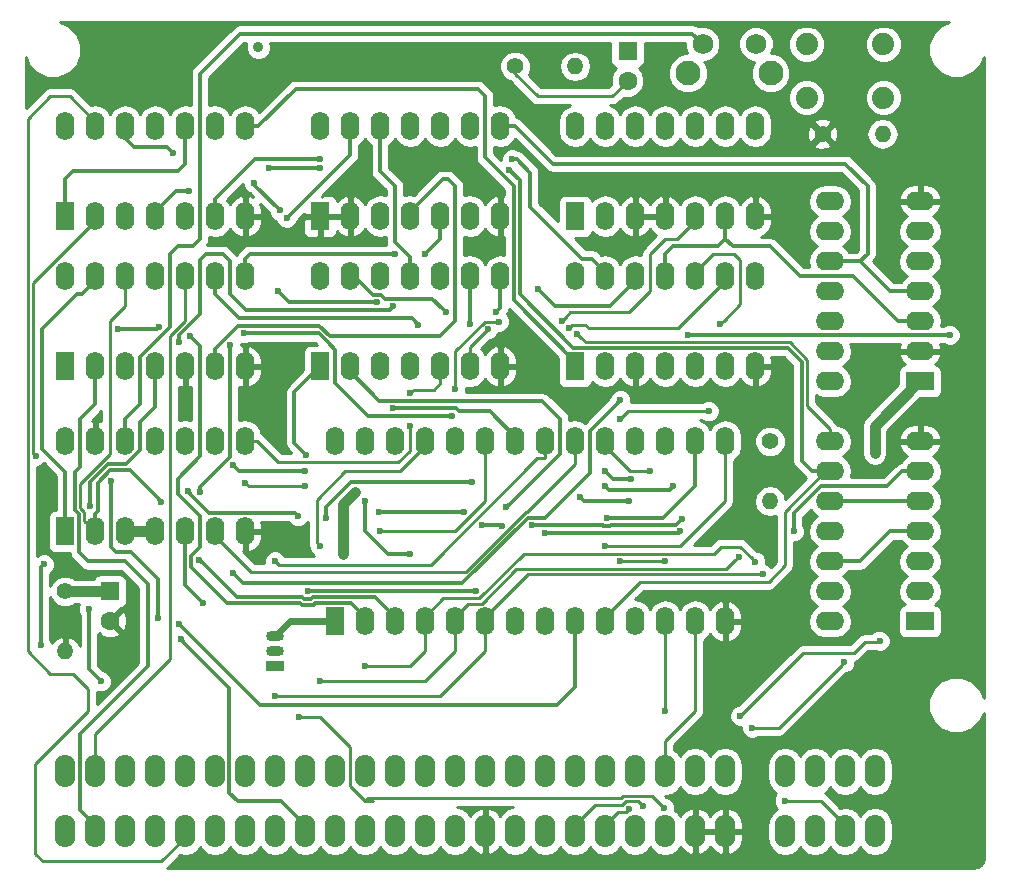
<source format=gtl>
G04 #@! TF.FileFunction,Copper,L1,Top,Signal*
%FSLAX46Y46*%
G04 Gerber Fmt 4.6, Leading zero omitted, Abs format (unit mm)*
G04 Created by KiCad (PCBNEW 4.0.7) date 12/12/18 23:49:00*
%MOMM*%
%LPD*%
G01*
G04 APERTURE LIST*
%ADD10C,0.100000*%
%ADD11R,1.600000X1.600000*%
%ADD12C,1.600000*%
%ADD13O,1.727200X2.800000*%
%ADD14O,1.500000X0.900000*%
%ADD15R,1.500000X0.900000*%
%ADD16C,1.400000*%
%ADD17O,1.400000X1.400000*%
%ADD18C,1.879600*%
%ADD19C,2.100000*%
%ADD20C,1.750000*%
%ADD21R,1.600000X2.400000*%
%ADD22O,1.600000X2.400000*%
%ADD23R,2.400000X1.600000*%
%ADD24O,2.400000X1.600000*%
%ADD25C,0.900000*%
%ADD26C,0.600000*%
%ADD27C,0.250000*%
%ADD28C,0.900000*%
%ADD29C,0.300000*%
%ADD30C,0.600000*%
%ADD31C,0.254000*%
G04 APERTURE END LIST*
D10*
D11*
X160655000Y-57150000D03*
D12*
X160655000Y-59650000D03*
D11*
X116840000Y-102870000D03*
D12*
X116840000Y-105370000D03*
D13*
X113030000Y-123190000D03*
X115570000Y-123190000D03*
X118110000Y-123190000D03*
X120650000Y-123190000D03*
X123190000Y-123190000D03*
X125730000Y-123190000D03*
X128270000Y-123190000D03*
X130810000Y-123190000D03*
X113030000Y-118110000D03*
X115570000Y-118110000D03*
X118110000Y-118110000D03*
X120650000Y-118110000D03*
X123190000Y-118110000D03*
X125730000Y-118110000D03*
X128270000Y-118110000D03*
X130810000Y-118110000D03*
X181610000Y-118110000D03*
X181610000Y-123190000D03*
X179070000Y-118110000D03*
X179070000Y-123190000D03*
X176530000Y-118110000D03*
X176530000Y-123190000D03*
X173990000Y-118110000D03*
X173990000Y-123190000D03*
X168910000Y-118110000D03*
X168910000Y-123190000D03*
X166370000Y-118110000D03*
X166370000Y-123190000D03*
X163830000Y-118110000D03*
X163830000Y-123190000D03*
X161290000Y-118110000D03*
X161290000Y-123190000D03*
X158750000Y-118110000D03*
X158750000Y-123190000D03*
X156210000Y-118110000D03*
X156210000Y-123190000D03*
X153670000Y-118110000D03*
X153670000Y-123190000D03*
X151130000Y-118110000D03*
X151130000Y-123190000D03*
X148590000Y-118110000D03*
X148590000Y-123190000D03*
X146050000Y-118110000D03*
X146050000Y-123190000D03*
X143510000Y-118110000D03*
X143510000Y-123190000D03*
X140970000Y-118110000D03*
X140970000Y-123190000D03*
X138430000Y-118110000D03*
X138430000Y-123190000D03*
X135890000Y-118110000D03*
X135890000Y-123190000D03*
X133350000Y-118110000D03*
X133350000Y-123190000D03*
D14*
X130810000Y-107950000D03*
X130810000Y-106680000D03*
D15*
X130810000Y-109220000D03*
D16*
X177165000Y-64135000D03*
D17*
X182245000Y-64135000D03*
D16*
X151130000Y-58420000D03*
D17*
X156210000Y-58420000D03*
D16*
X113030000Y-102870000D03*
D17*
X113030000Y-107950000D03*
D16*
X172720000Y-90170000D03*
D17*
X172720000Y-95250000D03*
D18*
X182321200Y-61061600D03*
X175818800Y-61061600D03*
X182321200Y-56540400D03*
X175818800Y-56540400D03*
D19*
X172765000Y-59005000D03*
D20*
X171505000Y-56515000D03*
X167005000Y-56515000D03*
D19*
X165755000Y-59005000D03*
D21*
X156210000Y-71120000D03*
D22*
X171450000Y-63500000D03*
X158750000Y-71120000D03*
X168910000Y-63500000D03*
X161290000Y-71120000D03*
X166370000Y-63500000D03*
X163830000Y-71120000D03*
X163830000Y-63500000D03*
X166370000Y-71120000D03*
X161290000Y-63500000D03*
X168910000Y-71120000D03*
X158750000Y-63500000D03*
X171450000Y-71120000D03*
X156210000Y-63500000D03*
D21*
X113030000Y-97790000D03*
D22*
X128270000Y-90170000D03*
X115570000Y-97790000D03*
X125730000Y-90170000D03*
X118110000Y-97790000D03*
X123190000Y-90170000D03*
X120650000Y-97790000D03*
X120650000Y-90170000D03*
X123190000Y-97790000D03*
X118110000Y-90170000D03*
X125730000Y-97790000D03*
X115570000Y-90170000D03*
X128270000Y-97790000D03*
X113030000Y-90170000D03*
D21*
X113030000Y-83820000D03*
D22*
X128270000Y-76200000D03*
X115570000Y-83820000D03*
X125730000Y-76200000D03*
X118110000Y-83820000D03*
X123190000Y-76200000D03*
X120650000Y-83820000D03*
X120650000Y-76200000D03*
X123190000Y-83820000D03*
X118110000Y-76200000D03*
X125730000Y-83820000D03*
X115570000Y-76200000D03*
X128270000Y-83820000D03*
X113030000Y-76200000D03*
D21*
X134620000Y-83820000D03*
D22*
X149860000Y-76200000D03*
X137160000Y-83820000D03*
X147320000Y-76200000D03*
X139700000Y-83820000D03*
X144780000Y-76200000D03*
X142240000Y-83820000D03*
X142240000Y-76200000D03*
X144780000Y-83820000D03*
X139700000Y-76200000D03*
X147320000Y-83820000D03*
X137160000Y-76200000D03*
X149860000Y-83820000D03*
X134620000Y-76200000D03*
D21*
X134620000Y-71120000D03*
D22*
X149860000Y-63500000D03*
X137160000Y-71120000D03*
X147320000Y-63500000D03*
X139700000Y-71120000D03*
X144780000Y-63500000D03*
X142240000Y-71120000D03*
X142240000Y-63500000D03*
X144780000Y-71120000D03*
X139700000Y-63500000D03*
X147320000Y-71120000D03*
X137160000Y-63500000D03*
X149860000Y-71120000D03*
X134620000Y-63500000D03*
D23*
X185420000Y-105410000D03*
D24*
X177800000Y-90170000D03*
X185420000Y-102870000D03*
X177800000Y-92710000D03*
X185420000Y-100330000D03*
X177800000Y-95250000D03*
X185420000Y-97790000D03*
X177800000Y-97790000D03*
X185420000Y-95250000D03*
X177800000Y-100330000D03*
X185420000Y-92710000D03*
X177800000Y-102870000D03*
X185420000Y-90170000D03*
X177800000Y-105410000D03*
D23*
X185420000Y-85090000D03*
D24*
X177800000Y-69850000D03*
X185420000Y-82550000D03*
X177800000Y-72390000D03*
X185420000Y-80010000D03*
X177800000Y-74930000D03*
X185420000Y-77470000D03*
X177800000Y-77470000D03*
X185420000Y-74930000D03*
X177800000Y-80010000D03*
X185420000Y-72390000D03*
X177800000Y-82550000D03*
X185420000Y-69850000D03*
X177800000Y-85090000D03*
D21*
X156210000Y-83820000D03*
D22*
X171450000Y-76200000D03*
X158750000Y-83820000D03*
X168910000Y-76200000D03*
X161290000Y-83820000D03*
X166370000Y-76200000D03*
X163830000Y-83820000D03*
X163830000Y-76200000D03*
X166370000Y-83820000D03*
X161290000Y-76200000D03*
X168910000Y-83820000D03*
X158750000Y-76200000D03*
X171450000Y-83820000D03*
X156210000Y-76200000D03*
D21*
X113030000Y-71120000D03*
D22*
X128270000Y-63500000D03*
X115570000Y-71120000D03*
X125730000Y-63500000D03*
X118110000Y-71120000D03*
X123190000Y-63500000D03*
X120650000Y-71120000D03*
X120650000Y-63500000D03*
X123190000Y-71120000D03*
X118110000Y-63500000D03*
X125730000Y-71120000D03*
X115570000Y-63500000D03*
X128270000Y-71120000D03*
X113030000Y-63500000D03*
D21*
X135890000Y-105410000D03*
D22*
X168910000Y-90170000D03*
X138430000Y-105410000D03*
X166370000Y-90170000D03*
X140970000Y-105410000D03*
X163830000Y-90170000D03*
X143510000Y-105410000D03*
X161290000Y-90170000D03*
X146050000Y-105410000D03*
X158750000Y-90170000D03*
X148590000Y-105410000D03*
X156210000Y-90170000D03*
X151130000Y-105410000D03*
X153670000Y-90170000D03*
X153670000Y-105410000D03*
X151130000Y-90170000D03*
X156210000Y-105410000D03*
X148590000Y-90170000D03*
X158750000Y-105410000D03*
X146050000Y-90170000D03*
X161290000Y-105410000D03*
X143510000Y-90170000D03*
X163830000Y-105410000D03*
X140970000Y-90170000D03*
X166370000Y-105410000D03*
X138430000Y-90170000D03*
X168910000Y-105410000D03*
X135890000Y-90170000D03*
D25*
X129402000Y-56803000D03*
D26*
X128297940Y-93703140D03*
X155101975Y-79952642D03*
X149729190Y-80029050D03*
X146050000Y-85725000D03*
X133350000Y-93980000D03*
X139700000Y-97780010D03*
X115109250Y-95683934D03*
X115062000Y-104394000D03*
X116078000Y-110490000D03*
X172110400Y-101415003D03*
X130810000Y-111760000D03*
X170054665Y-99932950D03*
X134620000Y-110490000D03*
X171469413Y-100370848D03*
X138430000Y-109220000D03*
X124442220Y-94495620D03*
X124411648Y-100183397D03*
X127000000Y-82042000D03*
X122174000Y-65786000D03*
X130810000Y-100330000D03*
X142921614Y-80279010D03*
X134620000Y-99060000D03*
X165120533Y-97793160D03*
X153628090Y-97932010D03*
X123405900Y-94404180D03*
X147508152Y-93616375D03*
X132761760Y-96520000D03*
X135130551Y-96644449D03*
X121186591Y-95286002D03*
X111252000Y-100584000D03*
X110998000Y-107442000D03*
X163771564Y-121217021D03*
X173963503Y-120585696D03*
X132828131Y-113537917D03*
X123651146Y-81280000D03*
X120993857Y-80505742D03*
X117475000Y-80645000D03*
X162542220Y-92694990D03*
X181575854Y-91185473D03*
X137541000Y-94488000D03*
X136525000Y-99695000D03*
X163830000Y-113030000D03*
X130302000Y-67056000D03*
X134620000Y-67056000D03*
X150622000Y-67183000D03*
X160020000Y-100330000D03*
X163830000Y-100330000D03*
X181991000Y-107061000D03*
X170180000Y-113411000D03*
X160782000Y-121285000D03*
X116898127Y-93523268D03*
X110534383Y-91404707D03*
X122682000Y-105664000D03*
X120904000Y-105156000D03*
X158750000Y-99060000D03*
X123536709Y-68969890D03*
X128143000Y-81026000D03*
X145796000Y-88011000D03*
X156591000Y-94869000D03*
X160782000Y-95250000D03*
X179000456Y-108884829D03*
X171201199Y-114437300D03*
X161924830Y-121026068D03*
X158891320Y-96662933D03*
X129032000Y-68326000D03*
X131191000Y-70612000D03*
X131064000Y-77470000D03*
X139446583Y-78400020D03*
X158750000Y-92710000D03*
X160909000Y-93345000D03*
X167522006Y-87614990D03*
X168515872Y-80239911D03*
X160020000Y-88265000D03*
X150390358Y-95752435D03*
X138395253Y-95247908D03*
X133395777Y-91322817D03*
X142240000Y-99695000D03*
X131799078Y-71262989D03*
X122815350Y-106927649D03*
X147805057Y-102834794D03*
X133578600Y-102834794D03*
X164517702Y-93960315D03*
X158750000Y-93980000D03*
X142200630Y-88891110D03*
X142240000Y-86106000D03*
X149990780Y-97300552D03*
X148331366Y-97266074D03*
X139639069Y-96130844D03*
X146812000Y-96139000D03*
X152527000Y-97282000D03*
X165227000Y-96774000D03*
X174752000Y-97790000D03*
X133350000Y-92710000D03*
X127254000Y-92202000D03*
X140801559Y-78724990D03*
X122682000Y-81788000D03*
X165735000Y-81169969D03*
X124714000Y-103886000D03*
X127254000Y-101346000D03*
X160052389Y-86688591D03*
X187960000Y-81153000D03*
X143510000Y-74295000D03*
X140970000Y-74295000D03*
X149479000Y-79248000D03*
X145288000Y-79248000D03*
X156386224Y-81083988D03*
X147320000Y-80264000D03*
X140798605Y-87360990D03*
X153050010Y-77242964D03*
X148837650Y-80676750D03*
X155663886Y-80608305D03*
X134620000Y-66255987D03*
X150876000Y-66294000D03*
D27*
X151130000Y-58420000D02*
X151130000Y-59055000D01*
X151130000Y-59055000D02*
X153035000Y-60960000D01*
X153035000Y-60960000D02*
X159345000Y-60960000D01*
X159345000Y-60960000D02*
X160655000Y-59650000D01*
X128574800Y-93980000D02*
X128297940Y-93703140D01*
X133350000Y-93980000D02*
X128574800Y-93980000D01*
X155820270Y-79234347D02*
X155401974Y-79652643D01*
X166370000Y-71520000D02*
X164865000Y-73025000D01*
X162560000Y-77470000D02*
X160795653Y-79234347D01*
X163830000Y-73025000D02*
X162560000Y-74295000D01*
X164865000Y-73025000D02*
X163830000Y-73025000D01*
X166370000Y-71120000D02*
X166370000Y-71520000D01*
X160795653Y-79234347D02*
X155820270Y-79234347D01*
X162560000Y-74295000D02*
X162560000Y-77470000D01*
X155401974Y-79652643D02*
X155101975Y-79952642D01*
X149304926Y-80029050D02*
X149729190Y-80029050D01*
X148570950Y-80029050D02*
X149304926Y-80029050D01*
X146050000Y-82550000D02*
X148570950Y-80029050D01*
X146050000Y-85725000D02*
X146050000Y-82550000D01*
D28*
X113030000Y-102870000D02*
X116840000Y-102870000D01*
D27*
X146059990Y-97780010D02*
X140124264Y-97780010D01*
X148590000Y-95250000D02*
X146059990Y-97780010D01*
X140124264Y-97780010D02*
X139700000Y-97780010D01*
X148590000Y-90170000D02*
X148590000Y-95250000D01*
D29*
X120650000Y-83820000D02*
X120650000Y-87234980D01*
X120650000Y-87234980D02*
X119392064Y-88492916D01*
X119392064Y-88492916D02*
X119392064Y-90922918D01*
X119392064Y-90922918D02*
X118196360Y-92118622D01*
X115128637Y-95311000D02*
X115128637Y-95664547D01*
X118196360Y-92118622D02*
X116633647Y-92118622D01*
X116633647Y-92118622D02*
X115146879Y-93605390D01*
X115146879Y-93605390D02*
X115146879Y-95292758D01*
X115128637Y-95664547D02*
X115109250Y-95683934D01*
X115146879Y-95292758D02*
X115128637Y-95311000D01*
X116078000Y-110490000D02*
X115062000Y-109474000D01*
X115062000Y-109474000D02*
X115062000Y-104394000D01*
X115570000Y-123190000D02*
X115570000Y-122653600D01*
X114300000Y-114935000D02*
X120015000Y-109220000D01*
X114935000Y-100330000D02*
X114180001Y-99575001D01*
X115570000Y-122653600D02*
X114300000Y-121383600D01*
X113846202Y-92762581D02*
X114300000Y-92308783D01*
X114300000Y-121383600D02*
X114300000Y-114935000D01*
X120015000Y-109220000D02*
X120015000Y-102235000D01*
X120015000Y-102235000D02*
X118110000Y-100330000D01*
X114300000Y-88265000D02*
X115570000Y-86995000D01*
X118110000Y-100330000D02*
X114935000Y-100330000D01*
X115570000Y-85320000D02*
X115570000Y-83820000D01*
X114180001Y-99575001D02*
X114180001Y-96309999D01*
X114300000Y-92308783D02*
X114300000Y-88265000D01*
X114180001Y-96309999D02*
X113846202Y-95976200D01*
X113846202Y-95976200D02*
X113846202Y-92762581D01*
X115570000Y-86995000D02*
X115570000Y-85320000D01*
D27*
X123190000Y-123190000D02*
X123190000Y-123726400D01*
X123190000Y-123726400D02*
X121186400Y-125730000D01*
X113430000Y-60960000D02*
X115570000Y-63100000D01*
X121186400Y-125730000D02*
X111125000Y-125730000D01*
X111760000Y-109855000D02*
X109855000Y-107950000D01*
X111125000Y-125730000D02*
X110490000Y-125095000D01*
X110490000Y-125095000D02*
X110490000Y-117475000D01*
X111760000Y-60960000D02*
X113430000Y-60960000D01*
X110490000Y-117475000D02*
X114953377Y-113011623D01*
X114953377Y-113011623D02*
X114953377Y-111143377D01*
X114953377Y-111143377D02*
X113665000Y-109855000D01*
X113665000Y-109855000D02*
X111760000Y-109855000D01*
X109855000Y-107950000D02*
X109855000Y-62865000D01*
X115570000Y-63100000D02*
X115570000Y-63500000D01*
X109855000Y-62865000D02*
X111760000Y-60960000D01*
X148590000Y-105010000D02*
X152184997Y-101415003D01*
X148590000Y-105410000D02*
X148590000Y-105010000D01*
X152184997Y-101415003D02*
X171686136Y-101415003D01*
X171686136Y-101415003D02*
X172110400Y-101415003D01*
X148590000Y-107950000D02*
X148590000Y-105410000D01*
X144780000Y-111760000D02*
X148590000Y-107950000D01*
X130810000Y-111760000D02*
X144780000Y-111760000D01*
X151236272Y-100964992D02*
X169022623Y-100964992D01*
X148291458Y-103909806D02*
X151236272Y-100964992D01*
X147150194Y-103909806D02*
X148291458Y-103909806D01*
X169754666Y-100232949D02*
X170054665Y-99932950D01*
X146050000Y-105010000D02*
X147150194Y-103909806D01*
X169022623Y-100964992D02*
X169754666Y-100232949D01*
X146050000Y-105410000D02*
X146050000Y-105010000D01*
D29*
X185420000Y-95250000D02*
X177800000Y-95250000D01*
D27*
X146050000Y-107950000D02*
X146050000Y-105410000D01*
X143510000Y-110490000D02*
X146050000Y-107950000D01*
X134620000Y-110490000D02*
X143510000Y-110490000D01*
X143510000Y-105410000D02*
X143510000Y-105010000D01*
X143510000Y-105010000D02*
X145060205Y-103459795D01*
X151864840Y-99700013D02*
X167963375Y-99700013D01*
X171169414Y-100070849D02*
X171469413Y-100370848D01*
X145060205Y-103459795D02*
X148105058Y-103459795D01*
X148105058Y-103459795D02*
X151864840Y-99700013D01*
X167963375Y-99700013D02*
X168589392Y-99073996D01*
X168589392Y-99073996D02*
X170172561Y-99073996D01*
X170172561Y-99073996D02*
X171169414Y-100070849D01*
D29*
X185420000Y-97790000D02*
X182880000Y-97790000D01*
X180340000Y-100330000D02*
X177800000Y-100330000D01*
X182880000Y-97790000D02*
X180340000Y-100330000D01*
D27*
X143510000Y-107950000D02*
X143510000Y-105410000D01*
X142240000Y-109220000D02*
X143510000Y-107950000D01*
X138430000Y-109220000D02*
X142240000Y-109220000D01*
D29*
X124442220Y-94071356D02*
X124442220Y-94495620D01*
X124442220Y-94051778D02*
X124442220Y-94071356D01*
X127000000Y-91493998D02*
X124442220Y-94051778D01*
X127000000Y-82042000D02*
X127000000Y-91493998D01*
X133266598Y-103484796D02*
X133120319Y-103338517D01*
X133120319Y-103338517D02*
X127566768Y-103338517D01*
X134036881Y-103338517D02*
X133890602Y-103484796D01*
X139298517Y-103338517D02*
X134036881Y-103338517D01*
X140970000Y-105410000D02*
X140970000Y-105010000D01*
X140970000Y-105010000D02*
X139298517Y-103338517D01*
X124711647Y-100483396D02*
X124411648Y-100183397D01*
X127566768Y-103338517D02*
X124711647Y-100483396D01*
X133890602Y-103484796D02*
X133266598Y-103484796D01*
X118110000Y-63500000D02*
X118110000Y-64516000D01*
X118110000Y-64516000D02*
X118872000Y-65278000D01*
X118872000Y-65278000D02*
X121666000Y-65278000D01*
X121666000Y-65278000D02*
X122174000Y-65786000D01*
D27*
X130810000Y-100330000D02*
X131109999Y-100629999D01*
X131109999Y-100629999D02*
X143988027Y-100629999D01*
X143988027Y-100629999D02*
X152998026Y-91620000D01*
X152998026Y-91620000D02*
X153670000Y-91620000D01*
X153670000Y-91620000D02*
X153670000Y-90170000D01*
X115570000Y-118110000D02*
X115570000Y-114935000D01*
X115570000Y-114935000D02*
X121920000Y-108585000D01*
X121920000Y-108585000D02*
X121920000Y-81243234D01*
X121920000Y-81243234D02*
X123190000Y-79973234D01*
X123190000Y-79973234D02*
X123190000Y-77650000D01*
X123190000Y-77650000D02*
X123190000Y-76200000D01*
D29*
X142621615Y-79979011D02*
X142921614Y-80279010D01*
X142398604Y-79756000D02*
X142621615Y-79979011D01*
X125730000Y-76200000D02*
X125730000Y-77700000D01*
X125730000Y-77700000D02*
X127786000Y-79756000D01*
X127786000Y-79756000D02*
X142398604Y-79756000D01*
D27*
X143510000Y-90570000D02*
X143510000Y-90170000D01*
X141370000Y-92710000D02*
X143510000Y-90570000D01*
X134620000Y-99060000D02*
X134320001Y-98760001D01*
X136702800Y-92710000D02*
X141370000Y-92710000D01*
X134320001Y-95092799D02*
X136702800Y-92710000D01*
X134320001Y-98760001D02*
X134320001Y-95092799D01*
D29*
X164981683Y-97932010D02*
X165120533Y-97793160D01*
X153628090Y-97932010D02*
X164981683Y-97932010D01*
X123705899Y-94704179D02*
X123405900Y-94404180D01*
X132461761Y-96220001D02*
X125221721Y-96220001D01*
X132761760Y-96520000D02*
X132461761Y-96220001D01*
X125221721Y-96220001D02*
X123705899Y-94704179D01*
X147083888Y-93616375D02*
X147508152Y-93616375D01*
X135130551Y-95748157D02*
X137262333Y-93616375D01*
X137262333Y-93616375D02*
X147083888Y-93616375D01*
X135130551Y-96644449D02*
X135130551Y-95748157D01*
X115570000Y-97790000D02*
X115570000Y-96290000D01*
X115570000Y-96290000D02*
X115803597Y-96056403D01*
X116829989Y-92629402D02*
X118529991Y-92629402D01*
X115803597Y-96056403D02*
X115803597Y-93655794D01*
X115803597Y-93655794D02*
X116829989Y-92629402D01*
X120886592Y-94986003D02*
X121186591Y-95286002D01*
X118529991Y-92629402D02*
X120886592Y-94986003D01*
D27*
X115570000Y-97790000D02*
X114655012Y-96875012D01*
X114655012Y-96113244D02*
X114321213Y-95779445D01*
X114655012Y-96875012D02*
X114655012Y-96113244D01*
X114321213Y-95779445D02*
X114321213Y-93759290D01*
X114321213Y-93759290D02*
X116840000Y-91240503D01*
X116840000Y-91240503D02*
X116840000Y-80010000D01*
X116840000Y-80010000D02*
X118110000Y-78740000D01*
X118110000Y-78740000D02*
X118110000Y-77650000D01*
X118110000Y-77650000D02*
X118110000Y-76200000D01*
D29*
X111105315Y-80664685D02*
X114070000Y-77700000D01*
X115570000Y-76600000D02*
X115570000Y-76200000D01*
X113030000Y-97790000D02*
X113030000Y-92745817D01*
X113030000Y-92745817D02*
X111105315Y-90821132D01*
X114470000Y-77700000D02*
X115570000Y-76600000D01*
X111105315Y-90821132D02*
X111105315Y-80664685D01*
X114070000Y-77700000D02*
X114470000Y-77700000D01*
X110998000Y-107442000D02*
X110998000Y-100838000D01*
X110998000Y-100838000D02*
X111252000Y-100584000D01*
X124460000Y-91440000D02*
X124460000Y-82088854D01*
X122555000Y-93345000D02*
X124460000Y-91440000D01*
X124449505Y-99138506D02*
X124449505Y-96505373D01*
X123716616Y-100788097D02*
X123716616Y-99871395D01*
X134232072Y-103850448D02*
X134097713Y-103984807D01*
X124449505Y-96505373D02*
X122555000Y-94610868D01*
X123716616Y-99871395D02*
X124449505Y-99138506D01*
X122555000Y-94610868D02*
X122555000Y-93345000D01*
X126778967Y-103850448D02*
X123716616Y-100788097D01*
X124460000Y-82088854D02*
X123951145Y-81579999D01*
X138430000Y-105010000D02*
X137270448Y-103850448D01*
X134097713Y-103984807D02*
X133059486Y-103984806D01*
X137270448Y-103850448D02*
X134232072Y-103850448D01*
X133059486Y-103984806D02*
X132925128Y-103850448D01*
X123951145Y-81579999D02*
X123651146Y-81280000D01*
X132925128Y-103850448D02*
X126778967Y-103850448D01*
X138430000Y-105410000D02*
X138430000Y-105010000D01*
D27*
X138692818Y-120387182D02*
X160118403Y-120387182D01*
X160295598Y-120209987D02*
X162764530Y-120209987D01*
X163471565Y-120917022D02*
X163771564Y-121217021D01*
X160118403Y-120387182D02*
X160295598Y-120209987D01*
X138430000Y-120650000D02*
X138692818Y-120387182D01*
X162764530Y-120209987D02*
X163471565Y-120917022D01*
X174387767Y-120585696D02*
X173963503Y-120585696D01*
X177002096Y-120585696D02*
X174387767Y-120585696D01*
X179070000Y-122653600D02*
X177002096Y-120585696D01*
X179070000Y-123190000D02*
X179070000Y-122653600D01*
X139065000Y-120650000D02*
X138430000Y-120650000D01*
X138430000Y-120650000D02*
X137160000Y-119380000D01*
X137160000Y-119380000D02*
X137160000Y-116052904D01*
X137160000Y-116052904D02*
X134645013Y-113537917D01*
X134645013Y-113537917D02*
X133252395Y-113537917D01*
X133252395Y-113537917D02*
X132828131Y-113537917D01*
D29*
X120854599Y-80645000D02*
X120993857Y-80505742D01*
X117475000Y-80645000D02*
X120854599Y-80645000D01*
D27*
X158750000Y-90570000D02*
X160874990Y-92694990D01*
X160874990Y-92694990D02*
X162117956Y-92694990D01*
X162117956Y-92694990D02*
X162542220Y-92694990D01*
X158750000Y-90170000D02*
X158750000Y-90570000D01*
D28*
X185420000Y-85090000D02*
X185368505Y-85090000D01*
X185368505Y-85090000D02*
X181575854Y-88882651D01*
X181575854Y-88882651D02*
X181575854Y-91185473D01*
X136543906Y-95485094D02*
X137541000Y-94488000D01*
X136525000Y-95485094D02*
X136543906Y-95485094D01*
X136525000Y-99695000D02*
X136525000Y-95485094D01*
D30*
X130810000Y-106680000D02*
X132080000Y-105410000D01*
X132080000Y-105410000D02*
X135890000Y-105410000D01*
D27*
X163830000Y-113030000D02*
X163830000Y-105410000D01*
X163830000Y-118110000D02*
X163830000Y-115570000D01*
X166370000Y-113030000D02*
X166370000Y-105410000D01*
X163830000Y-115570000D02*
X166370000Y-113030000D01*
D29*
X134620000Y-67056000D02*
X130302000Y-67056000D01*
X156056990Y-82269990D02*
X151510021Y-77723021D01*
X151510021Y-77723021D02*
X151510021Y-68071021D01*
X151510021Y-68071021D02*
X150622000Y-67183000D01*
X175387000Y-83439000D02*
X174217990Y-82269990D01*
X174217990Y-82269990D02*
X156056990Y-82269990D01*
X175387000Y-91797000D02*
X175387000Y-83439000D01*
X177800000Y-92710000D02*
X176300000Y-92710000D01*
X176300000Y-92710000D02*
X175387000Y-91797000D01*
D27*
X177400000Y-92710000D02*
X177800000Y-92710000D01*
X158750000Y-105010000D02*
X161719987Y-102040013D01*
X158750000Y-105410000D02*
X158750000Y-105010000D01*
X173990000Y-96120000D02*
X177400000Y-92710000D01*
X161719987Y-102040013D02*
X172613169Y-102040013D01*
X172613169Y-102040013D02*
X173990000Y-100663182D01*
X173990000Y-100663182D02*
X173990000Y-96120000D01*
X160020000Y-100330000D02*
X163830000Y-100330000D01*
D29*
X122682000Y-105664000D02*
X122682000Y-105674160D01*
X122682000Y-105674160D02*
X129529840Y-112522000D01*
X129529840Y-112522000D02*
X154686000Y-112522000D01*
X154686000Y-112522000D02*
X156210000Y-110998000D01*
X156210000Y-110998000D02*
X156210000Y-106910000D01*
X156210000Y-106910000D02*
X156210000Y-105410000D01*
D27*
X180721000Y-107188000D02*
X181864000Y-107188000D01*
X181864000Y-107188000D02*
X181991000Y-107061000D01*
X175514000Y-108077000D02*
X179832000Y-108077000D01*
X179832000Y-108077000D02*
X180721000Y-107188000D01*
X170180000Y-113411000D02*
X175514000Y-108077000D01*
X160527000Y-121540000D02*
X160782000Y-121285000D01*
X158750000Y-123190000D02*
X158750000Y-122653600D01*
X158750000Y-122653600D02*
X159863600Y-121540000D01*
X159863600Y-121540000D02*
X160527000Y-121540000D01*
D29*
X116898127Y-93947532D02*
X116898127Y-93523268D01*
X120904000Y-105156000D02*
X120904000Y-101854000D01*
X116898127Y-99118127D02*
X116898127Y-93947532D01*
X120904000Y-101854000D02*
X118618000Y-99568000D01*
X117348000Y-99568000D02*
X116898127Y-99118127D01*
X118618000Y-99568000D02*
X117348000Y-99568000D01*
D27*
X115570000Y-71120000D02*
X115570000Y-71520000D01*
X115570000Y-71520000D02*
X110341877Y-76748123D01*
X110341877Y-91212201D02*
X110470214Y-91340538D01*
X110341877Y-76748123D02*
X110341877Y-91212201D01*
X110470214Y-91340538D02*
X110534383Y-91404707D01*
X168910000Y-95250000D02*
X168910000Y-90170000D01*
X167640000Y-96520000D02*
X168910000Y-95250000D01*
X165100000Y-99060000D02*
X167640000Y-96520000D01*
X158750000Y-99060000D02*
X165100000Y-99060000D01*
D29*
X122400110Y-68969890D02*
X123112445Y-68969890D01*
X120650000Y-70720000D02*
X122400110Y-68969890D01*
X120650000Y-71120000D02*
X120650000Y-70720000D01*
X123112445Y-68969890D02*
X123536709Y-68969890D01*
X135255000Y-81788000D02*
X134493000Y-81026000D01*
X134493000Y-81026000D02*
X128143000Y-81026000D01*
X135890000Y-82423000D02*
X135255000Y-81788000D01*
X135890000Y-85217000D02*
X135890000Y-82423000D01*
X138684000Y-88011000D02*
X135890000Y-85217000D01*
X145796000Y-88011000D02*
X138684000Y-88011000D01*
X160782000Y-95250000D02*
X156972000Y-95250000D01*
X156972000Y-95250000D02*
X156591000Y-94869000D01*
D27*
X178700457Y-109184828D02*
X179000456Y-108884829D01*
X173447985Y-114437300D02*
X178700457Y-109184828D01*
X171201199Y-114437300D02*
X173447985Y-114437300D01*
X160481998Y-120659998D02*
X161558760Y-120659998D01*
X161624831Y-120726069D02*
X161924830Y-121026068D01*
X156210000Y-123190000D02*
X156210000Y-122653600D01*
X160156998Y-120984998D02*
X160481998Y-120659998D01*
X161558760Y-120659998D02*
X161624831Y-120726069D01*
X157878602Y-120984998D02*
X160156998Y-120984998D01*
X156210000Y-122653600D02*
X157878602Y-120984998D01*
X185020000Y-102870000D02*
X185420000Y-102870000D01*
X156210000Y-123190000D02*
X156210000Y-123726400D01*
D29*
X166370000Y-90170000D02*
X166370000Y-93980000D01*
X159315584Y-96662933D02*
X158891320Y-96662933D01*
X163687067Y-96662933D02*
X159315584Y-96662933D01*
X166370000Y-93980000D02*
X163687067Y-96662933D01*
X129032000Y-68453000D02*
X129032000Y-68326000D01*
X131191000Y-70612000D02*
X129032000Y-68453000D01*
X138981299Y-78359000D02*
X131953000Y-78359000D01*
X131953000Y-78359000D02*
X131064000Y-77470000D01*
X139446583Y-78400020D02*
X139022319Y-78400020D01*
X139022319Y-78400020D02*
X138981299Y-78359000D01*
X160909000Y-93345000D02*
X159385000Y-93345000D01*
X159385000Y-93345000D02*
X158750000Y-92710000D01*
X113030000Y-71120000D02*
X113030000Y-67945000D01*
X123190000Y-66675000D02*
X123190000Y-63500000D01*
X122555000Y-67310000D02*
X123190000Y-66675000D01*
X113665000Y-67310000D02*
X122555000Y-67310000D01*
X113030000Y-67945000D02*
X113665000Y-67310000D01*
D27*
X167097742Y-87614990D02*
X167522006Y-87614990D01*
X160670010Y-87614990D02*
X167097742Y-87614990D01*
X160020000Y-88265000D02*
X160670010Y-87614990D01*
X168815871Y-79939912D02*
X168515872Y-80239911D01*
X170180000Y-78575783D02*
X168815871Y-79939912D01*
X169672000Y-74295000D02*
X170180000Y-74803000D01*
X166370000Y-75800000D02*
X167875000Y-74295000D01*
X166370000Y-76200000D02*
X166370000Y-75800000D01*
X170180000Y-74803000D02*
X170180000Y-78575783D01*
X167875000Y-74295000D02*
X169672000Y-74295000D01*
D29*
X166370000Y-76600000D02*
X166370000Y-76200000D01*
X154940000Y-88265000D02*
X154940000Y-91202793D01*
X153451906Y-86776906D02*
X154940000Y-88265000D01*
X141176525Y-86776906D02*
X153451906Y-86776906D01*
X141110607Y-86710988D02*
X141176525Y-86776906D01*
X139650988Y-86710988D02*
X141110607Y-86710988D01*
X154940000Y-91202793D02*
X150690357Y-95452436D01*
X150690357Y-95452436D02*
X150390358Y-95752435D01*
X137160000Y-84220000D02*
X139650988Y-86710988D01*
X137160000Y-83820000D02*
X137160000Y-84220000D01*
X134620000Y-83820000D02*
X132423744Y-86016256D01*
X132423744Y-86016256D02*
X132423744Y-90301228D01*
X132423744Y-90301228D02*
X133420555Y-91298039D01*
X133420555Y-91298039D02*
X133395777Y-91322817D01*
X142240000Y-99695000D02*
X140335000Y-99695000D01*
X138395253Y-97755253D02*
X138395253Y-95672172D01*
X140335000Y-99695000D02*
X138395253Y-97755253D01*
X138395253Y-95672172D02*
X138395253Y-95247908D01*
X132099077Y-70962990D02*
X131799078Y-71262989D01*
X137160000Y-65902067D02*
X132099077Y-70962990D01*
X137160000Y-63500000D02*
X137160000Y-65902067D01*
X126950468Y-119965468D02*
X126950468Y-111062767D01*
X123115349Y-107227648D02*
X122815350Y-106927649D01*
X127635000Y-120650000D02*
X126950468Y-119965468D01*
X131346400Y-120650000D02*
X127635000Y-120650000D01*
X133350000Y-122653600D02*
X131346400Y-120650000D01*
X133350000Y-123190000D02*
X133350000Y-122653600D01*
X126950468Y-111062767D02*
X123115349Y-107227648D01*
X164198018Y-94279999D02*
X164217703Y-94260314D01*
X159049999Y-94279999D02*
X164198018Y-94279999D01*
X158750000Y-93980000D02*
X159049999Y-94279999D01*
X164217703Y-94260314D02*
X164517702Y-93960315D01*
X147380793Y-102834794D02*
X133578600Y-102834794D01*
X147805057Y-102834794D02*
X147380793Y-102834794D01*
X123825000Y-73660000D02*
X122555000Y-73660000D01*
X122555000Y-73660000D02*
X121920000Y-74295000D01*
X124460000Y-73025000D02*
X123825000Y-73660000D01*
X121920000Y-74295000D02*
X121920000Y-80498853D01*
X124460000Y-59055000D02*
X124460000Y-73025000D01*
X167005000Y-56515000D02*
X166130001Y-55640001D01*
X166130001Y-55640001D02*
X127874999Y-55640001D01*
X119380000Y-83038853D02*
X119380000Y-86995000D01*
X127874999Y-55640001D02*
X124460000Y-59055000D01*
X121920000Y-80498853D02*
X119380000Y-83038853D01*
X119380000Y-86995000D02*
X118110000Y-88265000D01*
X118110000Y-88265000D02*
X118110000Y-88670000D01*
X118110000Y-88670000D02*
X118110000Y-90170000D01*
X168910000Y-71120000D02*
X168910000Y-73025000D01*
X168910000Y-73025000D02*
X168275000Y-73660000D01*
X163830000Y-74295000D02*
X163830000Y-76200000D01*
X164465000Y-73660000D02*
X163830000Y-74295000D01*
X168275000Y-73660000D02*
X164465000Y-73660000D01*
X185420000Y-80010000D02*
X183515000Y-80010000D01*
X169545000Y-73660000D02*
X168910000Y-73025000D01*
X172720000Y-73660000D02*
X169545000Y-73660000D01*
X175260000Y-76200000D02*
X172720000Y-73660000D01*
X179705000Y-76200000D02*
X175260000Y-76200000D01*
X183515000Y-80010000D02*
X179705000Y-76200000D01*
D27*
X142200630Y-89315374D02*
X142200630Y-88891110D01*
X142200630Y-90971370D02*
X142200630Y-89315374D01*
X141224000Y-91948000D02*
X142200630Y-90971370D01*
X131098000Y-91948000D02*
X141224000Y-91948000D01*
X128270000Y-90170000D02*
X129320000Y-90170000D01*
X129320000Y-90170000D02*
X131098000Y-91948000D01*
X142240000Y-86106000D02*
X142539999Y-85806001D01*
X142539999Y-85806001D02*
X144243999Y-85806001D01*
X144243999Y-85806001D02*
X144780000Y-85270000D01*
X144780000Y-85270000D02*
X144780000Y-83820000D01*
D29*
X165227000Y-96774000D02*
X164719000Y-97282000D01*
X152951264Y-97282000D02*
X152527000Y-97282000D01*
X164719000Y-97282000D02*
X159234257Y-97282000D01*
X159234257Y-97282000D02*
X159203322Y-97312935D01*
X159203322Y-97312935D02*
X158579318Y-97312935D01*
X158579318Y-97312935D02*
X158548383Y-97282000D01*
X158548383Y-97282000D02*
X152951264Y-97282000D01*
X148331366Y-97266074D02*
X149956302Y-97266074D01*
X149956302Y-97266074D02*
X149990780Y-97300552D01*
X146812000Y-96139000D02*
X139647225Y-96139000D01*
X139647225Y-96139000D02*
X139639069Y-96130844D01*
X182650000Y-93980000D02*
X177043641Y-93980000D01*
X177043641Y-93980000D02*
X174752000Y-96271641D01*
X174752000Y-96271641D02*
X174752000Y-97790000D01*
X185420000Y-92710000D02*
X183920000Y-92710000D01*
X183920000Y-92710000D02*
X182650000Y-93980000D01*
X127254000Y-92202000D02*
X127762000Y-92710000D01*
X127762000Y-92710000D02*
X133350000Y-92710000D01*
D28*
X118110000Y-97790000D02*
X120650000Y-97790000D01*
D29*
X140476528Y-79050021D02*
X140501560Y-79024989D01*
X126365000Y-74295000D02*
X127000000Y-74930000D01*
X124968000Y-74295000D02*
X126365000Y-74295000D01*
X124474077Y-74788923D02*
X124968000Y-74295000D01*
X127000000Y-77724000D02*
X128326021Y-79050021D01*
X122682000Y-81153000D02*
X124474077Y-79360923D01*
X124474077Y-79360923D02*
X124474077Y-74788923D01*
X128326021Y-79050021D02*
X140476528Y-79050021D01*
X127000000Y-74930000D02*
X127000000Y-77724000D01*
X140501560Y-79024989D02*
X140801559Y-78724990D01*
X122682000Y-81788000D02*
X122682000Y-81153000D01*
X127254000Y-101346000D02*
X128092784Y-102184784D01*
X128092784Y-102184784D02*
X146662212Y-102184784D01*
X157480000Y-92848582D02*
X157480000Y-89260980D01*
X159752390Y-86988590D02*
X160052389Y-86688591D01*
X146662212Y-102184784D02*
X152214998Y-96631998D01*
X152214998Y-96631998D02*
X153696584Y-96631998D01*
X153696584Y-96631998D02*
X157480000Y-92848582D01*
X157480000Y-89260980D02*
X159752390Y-86988590D01*
X166159264Y-81169969D02*
X165735000Y-81169969D01*
X187518767Y-81169969D02*
X166159264Y-81169969D01*
X187535736Y-81153000D02*
X187518767Y-81169969D01*
X187960000Y-81153000D02*
X187535736Y-81153000D01*
X124714000Y-103886000D02*
X123190000Y-102362000D01*
X123190000Y-102362000D02*
X123190000Y-97790000D01*
D27*
X156210000Y-90170000D02*
X156210000Y-92075000D01*
X156210000Y-92075000D02*
X152128013Y-96156987D01*
X152128013Y-96156987D02*
X152018243Y-96156987D01*
X152018243Y-96156987D02*
X146938293Y-101236937D01*
X146938293Y-101236937D02*
X128776937Y-101236937D01*
X128776937Y-101236937D02*
X125730000Y-98190000D01*
X125730000Y-98190000D02*
X125730000Y-97790000D01*
D29*
X144780000Y-73025000D02*
X144780000Y-71120000D01*
X143510000Y-74295000D02*
X144780000Y-73025000D01*
X128675000Y-74295000D02*
X140970000Y-74295000D01*
X128270000Y-76200000D02*
X128270000Y-74700000D01*
X128270000Y-74700000D02*
X128675000Y-74295000D01*
X145015000Y-67945000D02*
X142240000Y-70720000D01*
X145415000Y-67945000D02*
X145015000Y-67945000D01*
X146050000Y-68580000D02*
X145415000Y-67945000D01*
X125730000Y-83820000D02*
X125730000Y-82320000D01*
X146050000Y-80010000D02*
X146050000Y-68580000D01*
X144780000Y-81280000D02*
X146050000Y-80010000D01*
X135454122Y-81280000D02*
X144780000Y-81280000D01*
X134550120Y-80375998D02*
X135454122Y-81280000D01*
X127674002Y-80375998D02*
X134550120Y-80375998D01*
X125730000Y-82320000D02*
X127674002Y-80375998D01*
X142240000Y-70720000D02*
X142240000Y-71120000D01*
X139079431Y-77750010D02*
X139771022Y-77750010D01*
X144988001Y-78948001D02*
X145288000Y-79248000D01*
X144114989Y-78074989D02*
X144988001Y-78948001D01*
X139771022Y-77750010D02*
X140096001Y-78074989D01*
X137529421Y-76200000D02*
X139079431Y-77750010D01*
X140096001Y-78074989D02*
X144114989Y-78074989D01*
X137160000Y-76200000D02*
X137529421Y-76200000D01*
X149479000Y-79248000D02*
X149860000Y-78867000D01*
X149860000Y-78867000D02*
X149860000Y-76200000D01*
D27*
X175862011Y-83242245D02*
X174414745Y-81794979D01*
X174414745Y-81794979D02*
X157097215Y-81794979D01*
X177800000Y-89120000D02*
X175862011Y-87182011D01*
X156686223Y-81383987D02*
X156386224Y-81083988D01*
X157097215Y-81794979D02*
X156686223Y-81383987D01*
X175862011Y-87182011D02*
X175862011Y-83242245D01*
X177800000Y-90170000D02*
X177800000Y-89120000D01*
D29*
X147320000Y-80264000D02*
X147320000Y-76200000D01*
X151130000Y-89770000D02*
X148990000Y-87630000D01*
X151130000Y-90170000D02*
X151130000Y-89770000D01*
X146107992Y-87360990D02*
X141222869Y-87360990D01*
X148990000Y-87630000D02*
X146377002Y-87630000D01*
X146377002Y-87630000D02*
X146107992Y-87360990D01*
X141222869Y-87360990D02*
X140798605Y-87360990D01*
X153350009Y-77542963D02*
X153050010Y-77242964D01*
X161290000Y-76200000D02*
X161290000Y-76600000D01*
X159183488Y-78706512D02*
X154513558Y-78706512D01*
X161290000Y-76600000D02*
X159183488Y-78706512D01*
X154513558Y-78706512D02*
X153350009Y-77542963D01*
X139700000Y-67310000D02*
X139700000Y-65000000D01*
X140970000Y-68580000D02*
X139700000Y-67310000D01*
X140970000Y-73332996D02*
X140970000Y-68580000D01*
X142240000Y-76200000D02*
X142240000Y-74602996D01*
X139700000Y-65000000D02*
X139700000Y-63500000D01*
X142240000Y-74602996D02*
X140970000Y-73332996D01*
D27*
X148537651Y-80976749D02*
X148837650Y-80676750D01*
X147320000Y-82194400D02*
X148537651Y-80976749D01*
X147320000Y-83820000D02*
X147320000Y-82194400D01*
X157364084Y-80608305D02*
X157064085Y-80308306D01*
X164901695Y-80608305D02*
X157364084Y-80608305D01*
X157064085Y-80308306D02*
X155963885Y-80308306D01*
X168910000Y-76600000D02*
X164901695Y-80608305D01*
X168910000Y-76200000D02*
X168910000Y-76600000D01*
X155963885Y-80308306D02*
X155663886Y-80608305D01*
D29*
X177800000Y-74930000D02*
X180340000Y-74930000D01*
X180340000Y-74930000D02*
X182880000Y-77470000D01*
X182880000Y-77470000D02*
X185420000Y-77470000D01*
X149860000Y-63500000D02*
X151130000Y-63500000D01*
X180975000Y-74295000D02*
X180340000Y-74930000D01*
X180975000Y-73025000D02*
X180975000Y-74295000D01*
X180975000Y-68580000D02*
X180975000Y-73025000D01*
X179070000Y-66675000D02*
X180975000Y-68580000D01*
X154305000Y-66675000D02*
X179070000Y-66675000D01*
X151130000Y-63500000D02*
X154305000Y-66675000D01*
X151010010Y-78220010D02*
X156210000Y-83420000D01*
X151010010Y-68533014D02*
X151010010Y-78220010D01*
X148590000Y-66113004D02*
X151010010Y-68533014D01*
X148590000Y-60960000D02*
X148590000Y-66113004D01*
X147955000Y-60325000D02*
X148590000Y-60960000D01*
X132545000Y-60325000D02*
X147955000Y-60325000D01*
X129370000Y-63500000D02*
X132545000Y-60325000D01*
X156210000Y-83420000D02*
X156210000Y-83820000D01*
X128270000Y-63500000D02*
X129370000Y-63500000D01*
X129094013Y-66255987D02*
X134195736Y-66255987D01*
X125730000Y-69620000D02*
X129094013Y-66255987D01*
X125730000Y-71120000D02*
X125730000Y-69620000D01*
X134195736Y-66255987D02*
X134620000Y-66255987D01*
X152415002Y-70299998D02*
X152415002Y-67408738D01*
X157650000Y-74700000D02*
X156815004Y-74700000D01*
X152415002Y-67408738D02*
X151300264Y-66294000D01*
X156815004Y-74700000D02*
X152415002Y-70299998D01*
X151300264Y-66294000D02*
X150876000Y-66294000D01*
X158750000Y-76200000D02*
X158750000Y-75800000D01*
X158750000Y-75800000D02*
X157650000Y-74700000D01*
D31*
G36*
X187150771Y-54976916D02*
X186479274Y-55647242D01*
X186115415Y-56523513D01*
X186114587Y-57472325D01*
X186476916Y-58349229D01*
X187147242Y-59020726D01*
X188023513Y-59384585D01*
X188972325Y-59385413D01*
X189849229Y-59023084D01*
X190520726Y-58352758D01*
X190815000Y-57644067D01*
X190815000Y-111857262D01*
X190523084Y-111150771D01*
X189852758Y-110479274D01*
X188976487Y-110115415D01*
X188027675Y-110114587D01*
X187150771Y-110476916D01*
X186479274Y-111147242D01*
X186115415Y-112023513D01*
X186114587Y-112972325D01*
X186476916Y-113849229D01*
X187147242Y-114520726D01*
X188023513Y-114884585D01*
X188972325Y-114885413D01*
X189849229Y-114523084D01*
X190520726Y-113852758D01*
X190815000Y-113144067D01*
X190815000Y-125432533D01*
X190740563Y-125806750D01*
X190566802Y-126066803D01*
X190306750Y-126240563D01*
X189932533Y-126315000D01*
X121652564Y-126315000D01*
X121723801Y-126267401D01*
X122803261Y-125187941D01*
X123190000Y-125264868D01*
X123763489Y-125150794D01*
X124249670Y-124825938D01*
X124460000Y-124511157D01*
X124670330Y-124825938D01*
X125156511Y-125150794D01*
X125730000Y-125264868D01*
X126303489Y-125150794D01*
X126789670Y-124825938D01*
X127000000Y-124511157D01*
X127210330Y-124825938D01*
X127696511Y-125150794D01*
X128270000Y-125264868D01*
X128843489Y-125150794D01*
X129329670Y-124825938D01*
X129540000Y-124511157D01*
X129750330Y-124825938D01*
X130236511Y-125150794D01*
X130810000Y-125264868D01*
X131383489Y-125150794D01*
X131869670Y-124825938D01*
X132080000Y-124511157D01*
X132290330Y-124825938D01*
X132776511Y-125150794D01*
X133350000Y-125264868D01*
X133923489Y-125150794D01*
X134409670Y-124825938D01*
X134620000Y-124511157D01*
X134830330Y-124825938D01*
X135316511Y-125150794D01*
X135890000Y-125264868D01*
X136463489Y-125150794D01*
X136949670Y-124825938D01*
X137160000Y-124511157D01*
X137370330Y-124825938D01*
X137856511Y-125150794D01*
X138430000Y-125264868D01*
X139003489Y-125150794D01*
X139489670Y-124825938D01*
X139700000Y-124511157D01*
X139910330Y-124825938D01*
X140396511Y-125150794D01*
X140970000Y-125264868D01*
X141543489Y-125150794D01*
X142029670Y-124825938D01*
X142240000Y-124511157D01*
X142450330Y-124825938D01*
X142936511Y-125150794D01*
X143510000Y-125264868D01*
X144083489Y-125150794D01*
X144569670Y-124825938D01*
X144780000Y-124511157D01*
X144990330Y-124825938D01*
X145476511Y-125150794D01*
X146050000Y-125264868D01*
X146623489Y-125150794D01*
X147109670Y-124825938D01*
X147324122Y-124504988D01*
X147620132Y-124875873D01*
X148133843Y-125159527D01*
X148230974Y-125181358D01*
X148463000Y-125060217D01*
X148463000Y-123317000D01*
X148443000Y-123317000D01*
X148443000Y-123063000D01*
X148463000Y-123063000D01*
X148463000Y-121319783D01*
X148230974Y-121198642D01*
X148133843Y-121220473D01*
X147620132Y-121504127D01*
X147324122Y-121875012D01*
X147109670Y-121554062D01*
X146623489Y-121229206D01*
X146211126Y-121147182D01*
X150968874Y-121147182D01*
X150556511Y-121229206D01*
X150070330Y-121554062D01*
X149855878Y-121875012D01*
X149559868Y-121504127D01*
X149046157Y-121220473D01*
X148949026Y-121198642D01*
X148717000Y-121319783D01*
X148717000Y-123063000D01*
X148737000Y-123063000D01*
X148737000Y-123317000D01*
X148717000Y-123317000D01*
X148717000Y-125060217D01*
X148949026Y-125181358D01*
X149046157Y-125159527D01*
X149559868Y-124875873D01*
X149855878Y-124504988D01*
X150070330Y-124825938D01*
X150556511Y-125150794D01*
X151130000Y-125264868D01*
X151703489Y-125150794D01*
X152189670Y-124825938D01*
X152400000Y-124511157D01*
X152610330Y-124825938D01*
X153096511Y-125150794D01*
X153670000Y-125264868D01*
X154243489Y-125150794D01*
X154729670Y-124825938D01*
X154940000Y-124511157D01*
X155150330Y-124825938D01*
X155636511Y-125150794D01*
X156210000Y-125264868D01*
X156783489Y-125150794D01*
X157269670Y-124825938D01*
X157480000Y-124511157D01*
X157690330Y-124825938D01*
X158176511Y-125150794D01*
X158750000Y-125264868D01*
X159323489Y-125150794D01*
X159809670Y-124825938D01*
X160020000Y-124511157D01*
X160230330Y-124825938D01*
X160716511Y-125150794D01*
X161290000Y-125264868D01*
X161863489Y-125150794D01*
X162349670Y-124825938D01*
X162560000Y-124511157D01*
X162770330Y-124825938D01*
X163256511Y-125150794D01*
X163830000Y-125264868D01*
X164403489Y-125150794D01*
X164889670Y-124825938D01*
X165104122Y-124504988D01*
X165400132Y-124875873D01*
X165913843Y-125159527D01*
X166010974Y-125181358D01*
X166243000Y-125060217D01*
X166243000Y-123317000D01*
X166497000Y-123317000D01*
X166497000Y-125060217D01*
X166729026Y-125181358D01*
X166826157Y-125159527D01*
X167339868Y-124875873D01*
X167640000Y-124499823D01*
X167940132Y-124875873D01*
X168453843Y-125159527D01*
X168550974Y-125181358D01*
X168783000Y-125060217D01*
X168783000Y-123317000D01*
X169037000Y-123317000D01*
X169037000Y-125060217D01*
X169269026Y-125181358D01*
X169366157Y-125159527D01*
X169879868Y-124875873D01*
X170245925Y-124417222D01*
X170408600Y-123853400D01*
X170408600Y-123317000D01*
X169037000Y-123317000D01*
X168783000Y-123317000D01*
X166497000Y-123317000D01*
X166243000Y-123317000D01*
X166223000Y-123317000D01*
X166223000Y-123063000D01*
X166243000Y-123063000D01*
X166243000Y-121319783D01*
X166497000Y-121319783D01*
X166497000Y-123063000D01*
X168783000Y-123063000D01*
X168783000Y-121319783D01*
X169037000Y-121319783D01*
X169037000Y-123063000D01*
X170408600Y-123063000D01*
X170408600Y-122526600D01*
X170245925Y-121962778D01*
X169879868Y-121504127D01*
X169366157Y-121220473D01*
X169269026Y-121198642D01*
X169037000Y-121319783D01*
X168783000Y-121319783D01*
X168550974Y-121198642D01*
X168453843Y-121220473D01*
X167940132Y-121504127D01*
X167640000Y-121880177D01*
X167339868Y-121504127D01*
X166826157Y-121220473D01*
X166729026Y-121198642D01*
X166497000Y-121319783D01*
X166243000Y-121319783D01*
X166010974Y-121198642D01*
X165913843Y-121220473D01*
X165400132Y-121504127D01*
X165104122Y-121875012D01*
X164889670Y-121554062D01*
X164697370Y-121425571D01*
X164706402Y-121403820D01*
X164706726Y-121031854D01*
X164564681Y-120688078D01*
X164301891Y-120424829D01*
X163958363Y-120282183D01*
X163911487Y-120282142D01*
X163810293Y-120180948D01*
X163830000Y-120184868D01*
X164403489Y-120070794D01*
X164889670Y-119745938D01*
X165100000Y-119431157D01*
X165310330Y-119745938D01*
X165796511Y-120070794D01*
X166370000Y-120184868D01*
X166943489Y-120070794D01*
X167429670Y-119745938D01*
X167640000Y-119431157D01*
X167850330Y-119745938D01*
X168336511Y-120070794D01*
X168910000Y-120184868D01*
X169483489Y-120070794D01*
X169969670Y-119745938D01*
X170294526Y-119259757D01*
X170408600Y-118686268D01*
X170408600Y-117533732D01*
X172491400Y-117533732D01*
X172491400Y-118686268D01*
X172605474Y-119259757D01*
X172930330Y-119745938D01*
X173260371Y-119966464D01*
X173171311Y-120055369D01*
X173028665Y-120398897D01*
X173028341Y-120770863D01*
X173170386Y-121114639D01*
X173337473Y-121282018D01*
X172930330Y-121554062D01*
X172605474Y-122040243D01*
X172491400Y-122613732D01*
X172491400Y-123766268D01*
X172605474Y-124339757D01*
X172930330Y-124825938D01*
X173416511Y-125150794D01*
X173990000Y-125264868D01*
X174563489Y-125150794D01*
X175049670Y-124825938D01*
X175260000Y-124511157D01*
X175470330Y-124825938D01*
X175956511Y-125150794D01*
X176530000Y-125264868D01*
X177103489Y-125150794D01*
X177589670Y-124825938D01*
X177800000Y-124511157D01*
X178010330Y-124825938D01*
X178496511Y-125150794D01*
X179070000Y-125264868D01*
X179643489Y-125150794D01*
X180129670Y-124825938D01*
X180340000Y-124511157D01*
X180550330Y-124825938D01*
X181036511Y-125150794D01*
X181610000Y-125264868D01*
X182183489Y-125150794D01*
X182669670Y-124825938D01*
X182994526Y-124339757D01*
X183108600Y-123766268D01*
X183108600Y-122613732D01*
X182994526Y-122040243D01*
X182669670Y-121554062D01*
X182183489Y-121229206D01*
X181610000Y-121115132D01*
X181036511Y-121229206D01*
X180550330Y-121554062D01*
X180340000Y-121868843D01*
X180129670Y-121554062D01*
X179643489Y-121229206D01*
X179070000Y-121115132D01*
X178683261Y-121192059D01*
X177539497Y-120048295D01*
X177338329Y-119913879D01*
X177589670Y-119745938D01*
X177800000Y-119431157D01*
X178010330Y-119745938D01*
X178496511Y-120070794D01*
X179070000Y-120184868D01*
X179643489Y-120070794D01*
X180129670Y-119745938D01*
X180340000Y-119431157D01*
X180550330Y-119745938D01*
X181036511Y-120070794D01*
X181610000Y-120184868D01*
X182183489Y-120070794D01*
X182669670Y-119745938D01*
X182994526Y-119259757D01*
X183108600Y-118686268D01*
X183108600Y-117533732D01*
X182994526Y-116960243D01*
X182669670Y-116474062D01*
X182183489Y-116149206D01*
X181610000Y-116035132D01*
X181036511Y-116149206D01*
X180550330Y-116474062D01*
X180340000Y-116788843D01*
X180129670Y-116474062D01*
X179643489Y-116149206D01*
X179070000Y-116035132D01*
X178496511Y-116149206D01*
X178010330Y-116474062D01*
X177800000Y-116788843D01*
X177589670Y-116474062D01*
X177103489Y-116149206D01*
X176530000Y-116035132D01*
X175956511Y-116149206D01*
X175470330Y-116474062D01*
X175260000Y-116788843D01*
X175049670Y-116474062D01*
X174563489Y-116149206D01*
X173990000Y-116035132D01*
X173416511Y-116149206D01*
X172930330Y-116474062D01*
X172605474Y-116960243D01*
X172491400Y-117533732D01*
X170408600Y-117533732D01*
X170294526Y-116960243D01*
X169969670Y-116474062D01*
X169483489Y-116149206D01*
X168910000Y-116035132D01*
X168336511Y-116149206D01*
X167850330Y-116474062D01*
X167640000Y-116788843D01*
X167429670Y-116474062D01*
X166943489Y-116149206D01*
X166370000Y-116035132D01*
X165796511Y-116149206D01*
X165310330Y-116474062D01*
X165100000Y-116788843D01*
X164889670Y-116474062D01*
X164590000Y-116273829D01*
X164590000Y-115884802D01*
X166878635Y-113596167D01*
X169244838Y-113596167D01*
X169386883Y-113939943D01*
X169649673Y-114203192D01*
X169993201Y-114345838D01*
X170266278Y-114346076D01*
X170266037Y-114622467D01*
X170408082Y-114966243D01*
X170670872Y-115229492D01*
X171014400Y-115372138D01*
X171386366Y-115372462D01*
X171730142Y-115230417D01*
X171763317Y-115197300D01*
X173447985Y-115197300D01*
X173738824Y-115139448D01*
X173985386Y-114974701D01*
X179140136Y-109819951D01*
X179185623Y-109819991D01*
X179529399Y-109677946D01*
X179792648Y-109415156D01*
X179935294Y-109071628D01*
X179935516Y-108816409D01*
X180122839Y-108779148D01*
X180369401Y-108614401D01*
X181035802Y-107948000D01*
X181688995Y-107948000D01*
X181804201Y-107995838D01*
X182176167Y-107996162D01*
X182519943Y-107854117D01*
X182783192Y-107591327D01*
X182925838Y-107247799D01*
X182926162Y-106875833D01*
X182784117Y-106532057D01*
X182521327Y-106268808D01*
X182177799Y-106126162D01*
X181805833Y-106125838D01*
X181462057Y-106267883D01*
X181301660Y-106428000D01*
X180721000Y-106428000D01*
X180430161Y-106485852D01*
X180183599Y-106650599D01*
X179517198Y-107317000D01*
X175514000Y-107317000D01*
X175223161Y-107374852D01*
X174976599Y-107539599D01*
X170040320Y-112475878D01*
X169994833Y-112475838D01*
X169651057Y-112617883D01*
X169387808Y-112880673D01*
X169245162Y-113224201D01*
X169244838Y-113596167D01*
X166878635Y-113596167D01*
X166907401Y-113567401D01*
X167072148Y-113320840D01*
X167091046Y-113225833D01*
X167130000Y-113030000D01*
X167130000Y-107030832D01*
X167384698Y-106860648D01*
X167637507Y-106482293D01*
X167985104Y-106914500D01*
X168478181Y-107184367D01*
X168560961Y-107201904D01*
X168783000Y-107079915D01*
X168783000Y-105537000D01*
X169037000Y-105537000D01*
X169037000Y-107079915D01*
X169259039Y-107201904D01*
X169341819Y-107184367D01*
X169834896Y-106914500D01*
X170187166Y-106476483D01*
X170345000Y-105937000D01*
X170345000Y-105537000D01*
X169037000Y-105537000D01*
X168783000Y-105537000D01*
X168763000Y-105537000D01*
X168763000Y-105283000D01*
X168783000Y-105283000D01*
X168783000Y-103740085D01*
X169037000Y-103740085D01*
X169037000Y-105283000D01*
X170345000Y-105283000D01*
X170345000Y-104883000D01*
X170187166Y-104343517D01*
X169834896Y-103905500D01*
X169341819Y-103635633D01*
X169259039Y-103618096D01*
X169037000Y-103740085D01*
X168783000Y-103740085D01*
X168560961Y-103618096D01*
X168478181Y-103635633D01*
X167985104Y-103905500D01*
X167637507Y-104337707D01*
X167384698Y-103959352D01*
X166919151Y-103648283D01*
X166370000Y-103539050D01*
X165820849Y-103648283D01*
X165355302Y-103959352D01*
X165100000Y-104341438D01*
X164844698Y-103959352D01*
X164379151Y-103648283D01*
X163830000Y-103539050D01*
X163280849Y-103648283D01*
X162815302Y-103959352D01*
X162560000Y-104341438D01*
X162304698Y-103959352D01*
X161839151Y-103648283D01*
X161294798Y-103540004D01*
X162034789Y-102800013D01*
X172613169Y-102800013D01*
X172904008Y-102742161D01*
X173150570Y-102577414D01*
X174527401Y-101200583D01*
X174692148Y-100954021D01*
X174750000Y-100663182D01*
X174750000Y-98724999D01*
X174937167Y-98725162D01*
X175280943Y-98583117D01*
X175544192Y-98320327D01*
X175686838Y-97976799D01*
X175687162Y-97604833D01*
X175545117Y-97261057D01*
X175537000Y-97252926D01*
X175537000Y-96596799D01*
X176156990Y-95976809D01*
X176349352Y-96264698D01*
X176731438Y-96520000D01*
X176349352Y-96775302D01*
X176038283Y-97240849D01*
X175929050Y-97790000D01*
X176038283Y-98339151D01*
X176349352Y-98804698D01*
X176731438Y-99060000D01*
X176349352Y-99315302D01*
X176038283Y-99780849D01*
X175929050Y-100330000D01*
X176038283Y-100879151D01*
X176349352Y-101344698D01*
X176731438Y-101600000D01*
X176349352Y-101855302D01*
X176038283Y-102320849D01*
X175929050Y-102870000D01*
X176038283Y-103419151D01*
X176349352Y-103884698D01*
X176731438Y-104140000D01*
X176349352Y-104395302D01*
X176038283Y-104860849D01*
X175929050Y-105410000D01*
X176038283Y-105959151D01*
X176349352Y-106424698D01*
X176814899Y-106735767D01*
X177364050Y-106845000D01*
X178235950Y-106845000D01*
X178785101Y-106735767D01*
X179250648Y-106424698D01*
X179561717Y-105959151D01*
X179670950Y-105410000D01*
X179561717Y-104860849D01*
X179250648Y-104395302D01*
X178868562Y-104140000D01*
X179250648Y-103884698D01*
X179561717Y-103419151D01*
X179670950Y-102870000D01*
X179561717Y-102320849D01*
X179250648Y-101855302D01*
X178868562Y-101600000D01*
X179250648Y-101344698D01*
X179404128Y-101115000D01*
X180340000Y-101115000D01*
X180640407Y-101055245D01*
X180895079Y-100885079D01*
X183205158Y-98575000D01*
X183815872Y-98575000D01*
X183969352Y-98804698D01*
X184351438Y-99060000D01*
X183969352Y-99315302D01*
X183658283Y-99780849D01*
X183549050Y-100330000D01*
X183658283Y-100879151D01*
X183969352Y-101344698D01*
X184351438Y-101600000D01*
X183969352Y-101855302D01*
X183658283Y-102320849D01*
X183549050Y-102870000D01*
X183658283Y-103419151D01*
X183969352Y-103884698D01*
X184115350Y-103982251D01*
X183984683Y-104006838D01*
X183768559Y-104145910D01*
X183623569Y-104358110D01*
X183572560Y-104610000D01*
X183572560Y-106210000D01*
X183616838Y-106445317D01*
X183755910Y-106661441D01*
X183968110Y-106806431D01*
X184220000Y-106857440D01*
X186620000Y-106857440D01*
X186855317Y-106813162D01*
X187071441Y-106674090D01*
X187216431Y-106461890D01*
X187267440Y-106210000D01*
X187267440Y-104610000D01*
X187223162Y-104374683D01*
X187084090Y-104158559D01*
X186871890Y-104013569D01*
X186722926Y-103983403D01*
X186870648Y-103884698D01*
X187181717Y-103419151D01*
X187290950Y-102870000D01*
X187181717Y-102320849D01*
X186870648Y-101855302D01*
X186488562Y-101600000D01*
X186870648Y-101344698D01*
X187181717Y-100879151D01*
X187290950Y-100330000D01*
X187181717Y-99780849D01*
X186870648Y-99315302D01*
X186488562Y-99060000D01*
X186870648Y-98804698D01*
X187181717Y-98339151D01*
X187290950Y-97790000D01*
X187181717Y-97240849D01*
X186870648Y-96775302D01*
X186488562Y-96520000D01*
X186870648Y-96264698D01*
X187181717Y-95799151D01*
X187290950Y-95250000D01*
X187181717Y-94700849D01*
X186870648Y-94235302D01*
X186488562Y-93980000D01*
X186870648Y-93724698D01*
X187181717Y-93259151D01*
X187290950Y-92710000D01*
X187181717Y-92160849D01*
X186870648Y-91695302D01*
X186492293Y-91442493D01*
X186924500Y-91094896D01*
X187194367Y-90601819D01*
X187211904Y-90519039D01*
X187089915Y-90297000D01*
X185547000Y-90297000D01*
X185547000Y-90317000D01*
X185293000Y-90317000D01*
X185293000Y-90297000D01*
X183750085Y-90297000D01*
X183628096Y-90519039D01*
X183645633Y-90601819D01*
X183915500Y-91094896D01*
X184347707Y-91442493D01*
X183969352Y-91695302D01*
X183799912Y-91948887D01*
X183619593Y-91984755D01*
X183364921Y-92154921D01*
X182324842Y-93195000D01*
X179574477Y-93195000D01*
X179670950Y-92710000D01*
X179561717Y-92160849D01*
X179250648Y-91695302D01*
X178868562Y-91440000D01*
X179250648Y-91184698D01*
X179561717Y-90719151D01*
X179670950Y-90170000D01*
X179561717Y-89620849D01*
X179250648Y-89155302D01*
X178842598Y-88882651D01*
X180490854Y-88882651D01*
X180490854Y-91185473D01*
X180573445Y-91600685D01*
X180808643Y-91952684D01*
X181160642Y-92187882D01*
X181575854Y-92270473D01*
X181991066Y-92187882D01*
X182343065Y-91952684D01*
X182578263Y-91600685D01*
X182660854Y-91185473D01*
X182660854Y-89820961D01*
X183628096Y-89820961D01*
X183750085Y-90043000D01*
X185293000Y-90043000D01*
X185293000Y-88735000D01*
X185547000Y-88735000D01*
X185547000Y-90043000D01*
X187089915Y-90043000D01*
X187211904Y-89820961D01*
X187194367Y-89738181D01*
X186924500Y-89245104D01*
X186486483Y-88892834D01*
X185947000Y-88735000D01*
X185547000Y-88735000D01*
X185293000Y-88735000D01*
X184893000Y-88735000D01*
X184353517Y-88892834D01*
X183915500Y-89245104D01*
X183645633Y-89738181D01*
X183628096Y-89820961D01*
X182660854Y-89820961D01*
X182660854Y-89332073D01*
X185455487Y-86537440D01*
X186620000Y-86537440D01*
X186855317Y-86493162D01*
X187071441Y-86354090D01*
X187216431Y-86141890D01*
X187267440Y-85890000D01*
X187267440Y-84290000D01*
X187223162Y-84054683D01*
X187084090Y-83838559D01*
X186871890Y-83693569D01*
X186696709Y-83658094D01*
X186924500Y-83474896D01*
X187194367Y-82981819D01*
X187211904Y-82899039D01*
X187089915Y-82677000D01*
X185547000Y-82677000D01*
X185547000Y-82697000D01*
X185293000Y-82697000D01*
X185293000Y-82677000D01*
X183750085Y-82677000D01*
X183628096Y-82899039D01*
X183645633Y-82981819D01*
X183915500Y-83474896D01*
X184142182Y-83657202D01*
X183984683Y-83686838D01*
X183768559Y-83825910D01*
X183623569Y-84038110D01*
X183572560Y-84290000D01*
X183572560Y-85351523D01*
X180808643Y-88115440D01*
X180573445Y-88467439D01*
X180490854Y-88882651D01*
X178842598Y-88882651D01*
X178785101Y-88844233D01*
X178470392Y-88781633D01*
X178337401Y-88582599D01*
X176622011Y-86867209D01*
X176622011Y-86286883D01*
X176814899Y-86415767D01*
X177364050Y-86525000D01*
X178235950Y-86525000D01*
X178785101Y-86415767D01*
X179250648Y-86104698D01*
X179561717Y-85639151D01*
X179670950Y-85090000D01*
X179561717Y-84540849D01*
X179250648Y-84075302D01*
X178868562Y-83820000D01*
X179250648Y-83564698D01*
X179561717Y-83099151D01*
X179670950Y-82550000D01*
X179561717Y-82000849D01*
X179531061Y-81954969D01*
X183734961Y-81954969D01*
X183645633Y-82118181D01*
X183628096Y-82200961D01*
X183750085Y-82423000D01*
X185293000Y-82423000D01*
X185293000Y-82403000D01*
X185547000Y-82403000D01*
X185547000Y-82423000D01*
X187089915Y-82423000D01*
X187211904Y-82200961D01*
X187194367Y-82118181D01*
X187105039Y-81954969D01*
X187453219Y-81954969D01*
X187773201Y-82087838D01*
X188145167Y-82088162D01*
X188488943Y-81946117D01*
X188752192Y-81683327D01*
X188894838Y-81339799D01*
X188895162Y-80967833D01*
X188753117Y-80624057D01*
X188490327Y-80360808D01*
X188146799Y-80218162D01*
X187774833Y-80217838D01*
X187431057Y-80359883D01*
X187405927Y-80384969D01*
X187216364Y-80384969D01*
X187290950Y-80010000D01*
X187181717Y-79460849D01*
X186870648Y-78995302D01*
X186488562Y-78740000D01*
X186870648Y-78484698D01*
X187181717Y-78019151D01*
X187290950Y-77470000D01*
X187181717Y-76920849D01*
X186870648Y-76455302D01*
X186488562Y-76200000D01*
X186870648Y-75944698D01*
X187181717Y-75479151D01*
X187290950Y-74930000D01*
X187181717Y-74380849D01*
X186870648Y-73915302D01*
X186488562Y-73660000D01*
X186870648Y-73404698D01*
X187181717Y-72939151D01*
X187290950Y-72390000D01*
X187181717Y-71840849D01*
X186870648Y-71375302D01*
X186492293Y-71122493D01*
X186924500Y-70774896D01*
X187194367Y-70281819D01*
X187211904Y-70199039D01*
X187089915Y-69977000D01*
X185547000Y-69977000D01*
X185547000Y-69997000D01*
X185293000Y-69997000D01*
X185293000Y-69977000D01*
X183750085Y-69977000D01*
X183628096Y-70199039D01*
X183645633Y-70281819D01*
X183915500Y-70774896D01*
X184347707Y-71122493D01*
X183969352Y-71375302D01*
X183658283Y-71840849D01*
X183549050Y-72390000D01*
X183658283Y-72939151D01*
X183969352Y-73404698D01*
X184351438Y-73660000D01*
X183969352Y-73915302D01*
X183658283Y-74380849D01*
X183549050Y-74930000D01*
X183658283Y-75479151D01*
X183969352Y-75944698D01*
X184351438Y-76200000D01*
X183969352Y-76455302D01*
X183815872Y-76685000D01*
X183205158Y-76685000D01*
X181450158Y-74930000D01*
X181530079Y-74850079D01*
X181700245Y-74595406D01*
X181760001Y-74295000D01*
X181760000Y-74294995D01*
X181760000Y-69500961D01*
X183628096Y-69500961D01*
X183750085Y-69723000D01*
X185293000Y-69723000D01*
X185293000Y-68415000D01*
X185547000Y-68415000D01*
X185547000Y-69723000D01*
X187089915Y-69723000D01*
X187211904Y-69500961D01*
X187194367Y-69418181D01*
X186924500Y-68925104D01*
X186486483Y-68572834D01*
X185947000Y-68415000D01*
X185547000Y-68415000D01*
X185293000Y-68415000D01*
X184893000Y-68415000D01*
X184353517Y-68572834D01*
X183915500Y-68925104D01*
X183645633Y-69418181D01*
X183628096Y-69500961D01*
X181760000Y-69500961D01*
X181760000Y-68580000D01*
X181700245Y-68279594D01*
X181530079Y-68024921D01*
X179625079Y-66119921D01*
X179370407Y-65949755D01*
X179070000Y-65890000D01*
X154630158Y-65890000D01*
X151685079Y-62944921D01*
X151430407Y-62774755D01*
X151229507Y-62734793D01*
X151185767Y-62514899D01*
X150874698Y-62049352D01*
X150409151Y-61738283D01*
X149860000Y-61629050D01*
X149375000Y-61725523D01*
X149375000Y-60960005D01*
X149375001Y-60960000D01*
X149315245Y-60659594D01*
X149145079Y-60404921D01*
X148510079Y-59769921D01*
X148255407Y-59599755D01*
X147955000Y-59540000D01*
X132545000Y-59540000D01*
X132244593Y-59599755D01*
X131989921Y-59769921D01*
X129455246Y-62304596D01*
X129284698Y-62049352D01*
X128819151Y-61738283D01*
X128270000Y-61629050D01*
X127720849Y-61738283D01*
X127255302Y-62049352D01*
X127000000Y-62431438D01*
X126744698Y-62049352D01*
X126279151Y-61738283D01*
X125730000Y-61629050D01*
X125245000Y-61725523D01*
X125245000Y-59380158D01*
X128200157Y-56425001D01*
X128384138Y-56425001D01*
X128317189Y-56586233D01*
X128316812Y-57017873D01*
X128481646Y-57416800D01*
X128786595Y-57722282D01*
X129185233Y-57887811D01*
X129616873Y-57888188D01*
X130015800Y-57723354D01*
X130321282Y-57418405D01*
X130486811Y-57019767D01*
X130487188Y-56588127D01*
X130419785Y-56425001D01*
X159207560Y-56425001D01*
X159207560Y-57950000D01*
X159251838Y-58185317D01*
X159390910Y-58401441D01*
X159603110Y-58546431D01*
X159708041Y-58567680D01*
X159439176Y-58836077D01*
X159220250Y-59363309D01*
X159219752Y-59934187D01*
X159242049Y-59988149D01*
X159030198Y-60200000D01*
X153349802Y-60200000D01*
X152280436Y-59130634D01*
X152464768Y-58686713D01*
X152465000Y-58420000D01*
X154848846Y-58420000D01*
X154950467Y-58930882D01*
X155239858Y-59363988D01*
X155672964Y-59653379D01*
X156183846Y-59755000D01*
X156236154Y-59755000D01*
X156747036Y-59653379D01*
X157180142Y-59363988D01*
X157469533Y-58930882D01*
X157571154Y-58420000D01*
X157469533Y-57909118D01*
X157180142Y-57476012D01*
X156747036Y-57186621D01*
X156236154Y-57085000D01*
X156183846Y-57085000D01*
X155672964Y-57186621D01*
X155239858Y-57476012D01*
X154950467Y-57909118D01*
X154848846Y-58420000D01*
X152465000Y-58420000D01*
X152465231Y-58155617D01*
X152262418Y-57664771D01*
X151887204Y-57288902D01*
X151396713Y-57085232D01*
X150865617Y-57084769D01*
X150374771Y-57287582D01*
X149998902Y-57662796D01*
X149795232Y-58153287D01*
X149794769Y-58684383D01*
X149997582Y-59175229D01*
X150372796Y-59551098D01*
X150678048Y-59677850D01*
X152497599Y-61497401D01*
X152744161Y-61662148D01*
X153035000Y-61720000D01*
X155752764Y-61720000D01*
X155660849Y-61738283D01*
X155195302Y-62049352D01*
X154884233Y-62514899D01*
X154775000Y-63064050D01*
X154775000Y-63935950D01*
X154884233Y-64485101D01*
X155195302Y-64950648D01*
X155660849Y-65261717D01*
X156210000Y-65370950D01*
X156759151Y-65261717D01*
X157224698Y-64950648D01*
X157480000Y-64568562D01*
X157735302Y-64950648D01*
X158200849Y-65261717D01*
X158750000Y-65370950D01*
X159299151Y-65261717D01*
X159764698Y-64950648D01*
X160020000Y-64568562D01*
X160275302Y-64950648D01*
X160740849Y-65261717D01*
X161290000Y-65370950D01*
X161839151Y-65261717D01*
X162304698Y-64950648D01*
X162560000Y-64568562D01*
X162815302Y-64950648D01*
X163280849Y-65261717D01*
X163830000Y-65370950D01*
X164379151Y-65261717D01*
X164844698Y-64950648D01*
X165100000Y-64568562D01*
X165355302Y-64950648D01*
X165820849Y-65261717D01*
X166370000Y-65370950D01*
X166919151Y-65261717D01*
X167384698Y-64950648D01*
X167640000Y-64568562D01*
X167895302Y-64950648D01*
X168360849Y-65261717D01*
X168910000Y-65370950D01*
X169459151Y-65261717D01*
X169924698Y-64950648D01*
X170180000Y-64568562D01*
X170435302Y-64950648D01*
X170900849Y-65261717D01*
X171450000Y-65370950D01*
X171999151Y-65261717D01*
X172285663Y-65070275D01*
X176409331Y-65070275D01*
X176471169Y-65306042D01*
X176972122Y-65482419D01*
X177502440Y-65453664D01*
X177858831Y-65306042D01*
X177920669Y-65070275D01*
X177165000Y-64314605D01*
X176409331Y-65070275D01*
X172285663Y-65070275D01*
X172464698Y-64950648D01*
X172775767Y-64485101D01*
X172883772Y-63942122D01*
X175817581Y-63942122D01*
X175846336Y-64472440D01*
X175993958Y-64828831D01*
X176229725Y-64890669D01*
X176985395Y-64135000D01*
X177344605Y-64135000D01*
X178100275Y-64890669D01*
X178336042Y-64828831D01*
X178512419Y-64327878D01*
X178501961Y-64135000D01*
X180883846Y-64135000D01*
X180985467Y-64645882D01*
X181274858Y-65078988D01*
X181707964Y-65368379D01*
X182218846Y-65470000D01*
X182271154Y-65470000D01*
X182782036Y-65368379D01*
X183215142Y-65078988D01*
X183504533Y-64645882D01*
X183606154Y-64135000D01*
X183504533Y-63624118D01*
X183215142Y-63191012D01*
X182782036Y-62901621D01*
X182271154Y-62800000D01*
X182218846Y-62800000D01*
X181707964Y-62901621D01*
X181274858Y-63191012D01*
X180985467Y-63624118D01*
X180883846Y-64135000D01*
X178501961Y-64135000D01*
X178483664Y-63797560D01*
X178336042Y-63441169D01*
X178100275Y-63379331D01*
X177344605Y-64135000D01*
X176985395Y-64135000D01*
X176229725Y-63379331D01*
X175993958Y-63441169D01*
X175817581Y-63942122D01*
X172883772Y-63942122D01*
X172885000Y-63935950D01*
X172885000Y-63199725D01*
X176409331Y-63199725D01*
X177165000Y-63955395D01*
X177920669Y-63199725D01*
X177858831Y-62963958D01*
X177357878Y-62787581D01*
X176827560Y-62816336D01*
X176471169Y-62963958D01*
X176409331Y-63199725D01*
X172885000Y-63199725D01*
X172885000Y-63064050D01*
X172775767Y-62514899D01*
X172464698Y-62049352D01*
X171999151Y-61738283D01*
X171450000Y-61629050D01*
X170900849Y-61738283D01*
X170435302Y-62049352D01*
X170180000Y-62431438D01*
X169924698Y-62049352D01*
X169459151Y-61738283D01*
X168910000Y-61629050D01*
X168360849Y-61738283D01*
X167895302Y-62049352D01*
X167640000Y-62431438D01*
X167384698Y-62049352D01*
X166919151Y-61738283D01*
X166370000Y-61629050D01*
X165820849Y-61738283D01*
X165355302Y-62049352D01*
X165100000Y-62431438D01*
X164844698Y-62049352D01*
X164379151Y-61738283D01*
X163830000Y-61629050D01*
X163280849Y-61738283D01*
X162815302Y-62049352D01*
X162560000Y-62431438D01*
X162304698Y-62049352D01*
X161839151Y-61738283D01*
X161290000Y-61629050D01*
X160740849Y-61738283D01*
X160275302Y-62049352D01*
X160020000Y-62431438D01*
X159764698Y-62049352D01*
X159299151Y-61738283D01*
X159207236Y-61720000D01*
X159345000Y-61720000D01*
X159635839Y-61662148D01*
X159882401Y-61497401D01*
X160006329Y-61373473D01*
X174243727Y-61373473D01*
X174482971Y-61952487D01*
X174925583Y-62395872D01*
X175504179Y-62636126D01*
X176130673Y-62636673D01*
X176709687Y-62397429D01*
X177153072Y-61954817D01*
X177393326Y-61376221D01*
X177393328Y-61373473D01*
X180746127Y-61373473D01*
X180985371Y-61952487D01*
X181427983Y-62395872D01*
X182006579Y-62636126D01*
X182633073Y-62636673D01*
X183212087Y-62397429D01*
X183655472Y-61954817D01*
X183895726Y-61376221D01*
X183896273Y-60749727D01*
X183657029Y-60170713D01*
X183214417Y-59727328D01*
X182635821Y-59487074D01*
X182009327Y-59486527D01*
X181430313Y-59725771D01*
X180986928Y-60168383D01*
X180746674Y-60746979D01*
X180746127Y-61373473D01*
X177393328Y-61373473D01*
X177393873Y-60749727D01*
X177154629Y-60170713D01*
X176712017Y-59727328D01*
X176133421Y-59487074D01*
X175506927Y-59486527D01*
X174927913Y-59725771D01*
X174484528Y-60168383D01*
X174244274Y-60746979D01*
X174243727Y-61373473D01*
X160006329Y-61373473D01*
X160316546Y-61063256D01*
X160368309Y-61084750D01*
X160939187Y-61085248D01*
X161466800Y-60867243D01*
X161870824Y-60463923D01*
X162089750Y-59936691D01*
X162090248Y-59365813D01*
X161872243Y-58838200D01*
X161603928Y-58569417D01*
X161690317Y-58553162D01*
X161906441Y-58414090D01*
X162051431Y-58201890D01*
X162102440Y-57950000D01*
X162102440Y-56425001D01*
X165495077Y-56425001D01*
X165494738Y-56814040D01*
X165703778Y-57319955D01*
X165421303Y-57319708D01*
X164801771Y-57575694D01*
X164327360Y-58049278D01*
X164070293Y-58668362D01*
X164069708Y-59338697D01*
X164325694Y-59958229D01*
X164799278Y-60432640D01*
X165418362Y-60689707D01*
X166088697Y-60690292D01*
X166708229Y-60434306D01*
X167182640Y-59960722D01*
X167439707Y-59341638D01*
X167440292Y-58671303D01*
X167184306Y-58051771D01*
X167157716Y-58025134D01*
X167304040Y-58025262D01*
X167859229Y-57795862D01*
X168284370Y-57371463D01*
X168514738Y-56816675D01*
X168514740Y-56814040D01*
X169994738Y-56814040D01*
X170224138Y-57369229D01*
X170648537Y-57794370D01*
X171203325Y-58024738D01*
X171361804Y-58024876D01*
X171337360Y-58049278D01*
X171080293Y-58668362D01*
X171079708Y-59338697D01*
X171335694Y-59958229D01*
X171809278Y-60432640D01*
X172428362Y-60689707D01*
X173098697Y-60690292D01*
X173718229Y-60434306D01*
X174192640Y-59960722D01*
X174449707Y-59341638D01*
X174450292Y-58671303D01*
X174194306Y-58051771D01*
X173720722Y-57577360D01*
X173101638Y-57320293D01*
X172805725Y-57320035D01*
X172999956Y-56852273D01*
X174243727Y-56852273D01*
X174482971Y-57431287D01*
X174925583Y-57874672D01*
X175504179Y-58114926D01*
X176130673Y-58115473D01*
X176709687Y-57876229D01*
X177153072Y-57433617D01*
X177393326Y-56855021D01*
X177393328Y-56852273D01*
X180746127Y-56852273D01*
X180985371Y-57431287D01*
X181427983Y-57874672D01*
X182006579Y-58114926D01*
X182633073Y-58115473D01*
X183212087Y-57876229D01*
X183655472Y-57433617D01*
X183895726Y-56855021D01*
X183896273Y-56228527D01*
X183657029Y-55649513D01*
X183214417Y-55206128D01*
X182635821Y-54965874D01*
X182009327Y-54965327D01*
X181430313Y-55204571D01*
X180986928Y-55647183D01*
X180746674Y-56225779D01*
X180746127Y-56852273D01*
X177393328Y-56852273D01*
X177393873Y-56228527D01*
X177154629Y-55649513D01*
X176712017Y-55206128D01*
X176133421Y-54965874D01*
X175506927Y-54965327D01*
X174927913Y-55204571D01*
X174484528Y-55647183D01*
X174244274Y-56225779D01*
X174243727Y-56852273D01*
X172999956Y-56852273D01*
X173014738Y-56816675D01*
X173015262Y-56215960D01*
X172785862Y-55660771D01*
X172361463Y-55235630D01*
X171806675Y-55005262D01*
X171205960Y-55004738D01*
X170650771Y-55234138D01*
X170225630Y-55658537D01*
X169995262Y-56213325D01*
X169994738Y-56814040D01*
X168514740Y-56814040D01*
X168515262Y-56215960D01*
X168285862Y-55660771D01*
X167861463Y-55235630D01*
X167306675Y-55005262D01*
X166705960Y-55004738D01*
X166618908Y-55040707D01*
X166430408Y-54914756D01*
X166130001Y-54855001D01*
X127874999Y-54855001D01*
X127574593Y-54914756D01*
X127319920Y-55084922D01*
X123904921Y-58499921D01*
X123734755Y-58754593D01*
X123707821Y-58890000D01*
X123675000Y-59055000D01*
X123675000Y-61725523D01*
X123190000Y-61629050D01*
X122640849Y-61738283D01*
X122175302Y-62049352D01*
X121920000Y-62431438D01*
X121664698Y-62049352D01*
X121199151Y-61738283D01*
X120650000Y-61629050D01*
X120100849Y-61738283D01*
X119635302Y-62049352D01*
X119380000Y-62431438D01*
X119124698Y-62049352D01*
X118659151Y-61738283D01*
X118110000Y-61629050D01*
X117560849Y-61738283D01*
X117095302Y-62049352D01*
X116840000Y-62431438D01*
X116584698Y-62049352D01*
X116119151Y-61738283D01*
X115570000Y-61629050D01*
X115239577Y-61694775D01*
X113967401Y-60422599D01*
X113720839Y-60257852D01*
X113430000Y-60200000D01*
X111760000Y-60200000D01*
X111469161Y-60257852D01*
X111222599Y-60422599D01*
X109685000Y-61960198D01*
X109685000Y-57642738D01*
X109976916Y-58349229D01*
X110647242Y-59020726D01*
X111523513Y-59384585D01*
X112472325Y-59385413D01*
X113349229Y-59023084D01*
X114020726Y-58352758D01*
X114384585Y-57476487D01*
X114385413Y-56527675D01*
X114023084Y-55650771D01*
X113352758Y-54979274D01*
X112644067Y-54685000D01*
X187857262Y-54685000D01*
X187150771Y-54976916D01*
X187150771Y-54976916D01*
G37*
X187150771Y-54976916D02*
X186479274Y-55647242D01*
X186115415Y-56523513D01*
X186114587Y-57472325D01*
X186476916Y-58349229D01*
X187147242Y-59020726D01*
X188023513Y-59384585D01*
X188972325Y-59385413D01*
X189849229Y-59023084D01*
X190520726Y-58352758D01*
X190815000Y-57644067D01*
X190815000Y-111857262D01*
X190523084Y-111150771D01*
X189852758Y-110479274D01*
X188976487Y-110115415D01*
X188027675Y-110114587D01*
X187150771Y-110476916D01*
X186479274Y-111147242D01*
X186115415Y-112023513D01*
X186114587Y-112972325D01*
X186476916Y-113849229D01*
X187147242Y-114520726D01*
X188023513Y-114884585D01*
X188972325Y-114885413D01*
X189849229Y-114523084D01*
X190520726Y-113852758D01*
X190815000Y-113144067D01*
X190815000Y-125432533D01*
X190740563Y-125806750D01*
X190566802Y-126066803D01*
X190306750Y-126240563D01*
X189932533Y-126315000D01*
X121652564Y-126315000D01*
X121723801Y-126267401D01*
X122803261Y-125187941D01*
X123190000Y-125264868D01*
X123763489Y-125150794D01*
X124249670Y-124825938D01*
X124460000Y-124511157D01*
X124670330Y-124825938D01*
X125156511Y-125150794D01*
X125730000Y-125264868D01*
X126303489Y-125150794D01*
X126789670Y-124825938D01*
X127000000Y-124511157D01*
X127210330Y-124825938D01*
X127696511Y-125150794D01*
X128270000Y-125264868D01*
X128843489Y-125150794D01*
X129329670Y-124825938D01*
X129540000Y-124511157D01*
X129750330Y-124825938D01*
X130236511Y-125150794D01*
X130810000Y-125264868D01*
X131383489Y-125150794D01*
X131869670Y-124825938D01*
X132080000Y-124511157D01*
X132290330Y-124825938D01*
X132776511Y-125150794D01*
X133350000Y-125264868D01*
X133923489Y-125150794D01*
X134409670Y-124825938D01*
X134620000Y-124511157D01*
X134830330Y-124825938D01*
X135316511Y-125150794D01*
X135890000Y-125264868D01*
X136463489Y-125150794D01*
X136949670Y-124825938D01*
X137160000Y-124511157D01*
X137370330Y-124825938D01*
X137856511Y-125150794D01*
X138430000Y-125264868D01*
X139003489Y-125150794D01*
X139489670Y-124825938D01*
X139700000Y-124511157D01*
X139910330Y-124825938D01*
X140396511Y-125150794D01*
X140970000Y-125264868D01*
X141543489Y-125150794D01*
X142029670Y-124825938D01*
X142240000Y-124511157D01*
X142450330Y-124825938D01*
X142936511Y-125150794D01*
X143510000Y-125264868D01*
X144083489Y-125150794D01*
X144569670Y-124825938D01*
X144780000Y-124511157D01*
X144990330Y-124825938D01*
X145476511Y-125150794D01*
X146050000Y-125264868D01*
X146623489Y-125150794D01*
X147109670Y-124825938D01*
X147324122Y-124504988D01*
X147620132Y-124875873D01*
X148133843Y-125159527D01*
X148230974Y-125181358D01*
X148463000Y-125060217D01*
X148463000Y-123317000D01*
X148443000Y-123317000D01*
X148443000Y-123063000D01*
X148463000Y-123063000D01*
X148463000Y-121319783D01*
X148230974Y-121198642D01*
X148133843Y-121220473D01*
X147620132Y-121504127D01*
X147324122Y-121875012D01*
X147109670Y-121554062D01*
X146623489Y-121229206D01*
X146211126Y-121147182D01*
X150968874Y-121147182D01*
X150556511Y-121229206D01*
X150070330Y-121554062D01*
X149855878Y-121875012D01*
X149559868Y-121504127D01*
X149046157Y-121220473D01*
X148949026Y-121198642D01*
X148717000Y-121319783D01*
X148717000Y-123063000D01*
X148737000Y-123063000D01*
X148737000Y-123317000D01*
X148717000Y-123317000D01*
X148717000Y-125060217D01*
X148949026Y-125181358D01*
X149046157Y-125159527D01*
X149559868Y-124875873D01*
X149855878Y-124504988D01*
X150070330Y-124825938D01*
X150556511Y-125150794D01*
X151130000Y-125264868D01*
X151703489Y-125150794D01*
X152189670Y-124825938D01*
X152400000Y-124511157D01*
X152610330Y-124825938D01*
X153096511Y-125150794D01*
X153670000Y-125264868D01*
X154243489Y-125150794D01*
X154729670Y-124825938D01*
X154940000Y-124511157D01*
X155150330Y-124825938D01*
X155636511Y-125150794D01*
X156210000Y-125264868D01*
X156783489Y-125150794D01*
X157269670Y-124825938D01*
X157480000Y-124511157D01*
X157690330Y-124825938D01*
X158176511Y-125150794D01*
X158750000Y-125264868D01*
X159323489Y-125150794D01*
X159809670Y-124825938D01*
X160020000Y-124511157D01*
X160230330Y-124825938D01*
X160716511Y-125150794D01*
X161290000Y-125264868D01*
X161863489Y-125150794D01*
X162349670Y-124825938D01*
X162560000Y-124511157D01*
X162770330Y-124825938D01*
X163256511Y-125150794D01*
X163830000Y-125264868D01*
X164403489Y-125150794D01*
X164889670Y-124825938D01*
X165104122Y-124504988D01*
X165400132Y-124875873D01*
X165913843Y-125159527D01*
X166010974Y-125181358D01*
X166243000Y-125060217D01*
X166243000Y-123317000D01*
X166497000Y-123317000D01*
X166497000Y-125060217D01*
X166729026Y-125181358D01*
X166826157Y-125159527D01*
X167339868Y-124875873D01*
X167640000Y-124499823D01*
X167940132Y-124875873D01*
X168453843Y-125159527D01*
X168550974Y-125181358D01*
X168783000Y-125060217D01*
X168783000Y-123317000D01*
X169037000Y-123317000D01*
X169037000Y-125060217D01*
X169269026Y-125181358D01*
X169366157Y-125159527D01*
X169879868Y-124875873D01*
X170245925Y-124417222D01*
X170408600Y-123853400D01*
X170408600Y-123317000D01*
X169037000Y-123317000D01*
X168783000Y-123317000D01*
X166497000Y-123317000D01*
X166243000Y-123317000D01*
X166223000Y-123317000D01*
X166223000Y-123063000D01*
X166243000Y-123063000D01*
X166243000Y-121319783D01*
X166497000Y-121319783D01*
X166497000Y-123063000D01*
X168783000Y-123063000D01*
X168783000Y-121319783D01*
X169037000Y-121319783D01*
X169037000Y-123063000D01*
X170408600Y-123063000D01*
X170408600Y-122526600D01*
X170245925Y-121962778D01*
X169879868Y-121504127D01*
X169366157Y-121220473D01*
X169269026Y-121198642D01*
X169037000Y-121319783D01*
X168783000Y-121319783D01*
X168550974Y-121198642D01*
X168453843Y-121220473D01*
X167940132Y-121504127D01*
X167640000Y-121880177D01*
X167339868Y-121504127D01*
X166826157Y-121220473D01*
X166729026Y-121198642D01*
X166497000Y-121319783D01*
X166243000Y-121319783D01*
X166010974Y-121198642D01*
X165913843Y-121220473D01*
X165400132Y-121504127D01*
X165104122Y-121875012D01*
X164889670Y-121554062D01*
X164697370Y-121425571D01*
X164706402Y-121403820D01*
X164706726Y-121031854D01*
X164564681Y-120688078D01*
X164301891Y-120424829D01*
X163958363Y-120282183D01*
X163911487Y-120282142D01*
X163810293Y-120180948D01*
X163830000Y-120184868D01*
X164403489Y-120070794D01*
X164889670Y-119745938D01*
X165100000Y-119431157D01*
X165310330Y-119745938D01*
X165796511Y-120070794D01*
X166370000Y-120184868D01*
X166943489Y-120070794D01*
X167429670Y-119745938D01*
X167640000Y-119431157D01*
X167850330Y-119745938D01*
X168336511Y-120070794D01*
X168910000Y-120184868D01*
X169483489Y-120070794D01*
X169969670Y-119745938D01*
X170294526Y-119259757D01*
X170408600Y-118686268D01*
X170408600Y-117533732D01*
X172491400Y-117533732D01*
X172491400Y-118686268D01*
X172605474Y-119259757D01*
X172930330Y-119745938D01*
X173260371Y-119966464D01*
X173171311Y-120055369D01*
X173028665Y-120398897D01*
X173028341Y-120770863D01*
X173170386Y-121114639D01*
X173337473Y-121282018D01*
X172930330Y-121554062D01*
X172605474Y-122040243D01*
X172491400Y-122613732D01*
X172491400Y-123766268D01*
X172605474Y-124339757D01*
X172930330Y-124825938D01*
X173416511Y-125150794D01*
X173990000Y-125264868D01*
X174563489Y-125150794D01*
X175049670Y-124825938D01*
X175260000Y-124511157D01*
X175470330Y-124825938D01*
X175956511Y-125150794D01*
X176530000Y-125264868D01*
X177103489Y-125150794D01*
X177589670Y-124825938D01*
X177800000Y-124511157D01*
X178010330Y-124825938D01*
X178496511Y-125150794D01*
X179070000Y-125264868D01*
X179643489Y-125150794D01*
X180129670Y-124825938D01*
X180340000Y-124511157D01*
X180550330Y-124825938D01*
X181036511Y-125150794D01*
X181610000Y-125264868D01*
X182183489Y-125150794D01*
X182669670Y-124825938D01*
X182994526Y-124339757D01*
X183108600Y-123766268D01*
X183108600Y-122613732D01*
X182994526Y-122040243D01*
X182669670Y-121554062D01*
X182183489Y-121229206D01*
X181610000Y-121115132D01*
X181036511Y-121229206D01*
X180550330Y-121554062D01*
X180340000Y-121868843D01*
X180129670Y-121554062D01*
X179643489Y-121229206D01*
X179070000Y-121115132D01*
X178683261Y-121192059D01*
X177539497Y-120048295D01*
X177338329Y-119913879D01*
X177589670Y-119745938D01*
X177800000Y-119431157D01*
X178010330Y-119745938D01*
X178496511Y-120070794D01*
X179070000Y-120184868D01*
X179643489Y-120070794D01*
X180129670Y-119745938D01*
X180340000Y-119431157D01*
X180550330Y-119745938D01*
X181036511Y-120070794D01*
X181610000Y-120184868D01*
X182183489Y-120070794D01*
X182669670Y-119745938D01*
X182994526Y-119259757D01*
X183108600Y-118686268D01*
X183108600Y-117533732D01*
X182994526Y-116960243D01*
X182669670Y-116474062D01*
X182183489Y-116149206D01*
X181610000Y-116035132D01*
X181036511Y-116149206D01*
X180550330Y-116474062D01*
X180340000Y-116788843D01*
X180129670Y-116474062D01*
X179643489Y-116149206D01*
X179070000Y-116035132D01*
X178496511Y-116149206D01*
X178010330Y-116474062D01*
X177800000Y-116788843D01*
X177589670Y-116474062D01*
X177103489Y-116149206D01*
X176530000Y-116035132D01*
X175956511Y-116149206D01*
X175470330Y-116474062D01*
X175260000Y-116788843D01*
X175049670Y-116474062D01*
X174563489Y-116149206D01*
X173990000Y-116035132D01*
X173416511Y-116149206D01*
X172930330Y-116474062D01*
X172605474Y-116960243D01*
X172491400Y-117533732D01*
X170408600Y-117533732D01*
X170294526Y-116960243D01*
X169969670Y-116474062D01*
X169483489Y-116149206D01*
X168910000Y-116035132D01*
X168336511Y-116149206D01*
X167850330Y-116474062D01*
X167640000Y-116788843D01*
X167429670Y-116474062D01*
X166943489Y-116149206D01*
X166370000Y-116035132D01*
X165796511Y-116149206D01*
X165310330Y-116474062D01*
X165100000Y-116788843D01*
X164889670Y-116474062D01*
X164590000Y-116273829D01*
X164590000Y-115884802D01*
X166878635Y-113596167D01*
X169244838Y-113596167D01*
X169386883Y-113939943D01*
X169649673Y-114203192D01*
X169993201Y-114345838D01*
X170266278Y-114346076D01*
X170266037Y-114622467D01*
X170408082Y-114966243D01*
X170670872Y-115229492D01*
X171014400Y-115372138D01*
X171386366Y-115372462D01*
X171730142Y-115230417D01*
X171763317Y-115197300D01*
X173447985Y-115197300D01*
X173738824Y-115139448D01*
X173985386Y-114974701D01*
X179140136Y-109819951D01*
X179185623Y-109819991D01*
X179529399Y-109677946D01*
X179792648Y-109415156D01*
X179935294Y-109071628D01*
X179935516Y-108816409D01*
X180122839Y-108779148D01*
X180369401Y-108614401D01*
X181035802Y-107948000D01*
X181688995Y-107948000D01*
X181804201Y-107995838D01*
X182176167Y-107996162D01*
X182519943Y-107854117D01*
X182783192Y-107591327D01*
X182925838Y-107247799D01*
X182926162Y-106875833D01*
X182784117Y-106532057D01*
X182521327Y-106268808D01*
X182177799Y-106126162D01*
X181805833Y-106125838D01*
X181462057Y-106267883D01*
X181301660Y-106428000D01*
X180721000Y-106428000D01*
X180430161Y-106485852D01*
X180183599Y-106650599D01*
X179517198Y-107317000D01*
X175514000Y-107317000D01*
X175223161Y-107374852D01*
X174976599Y-107539599D01*
X170040320Y-112475878D01*
X169994833Y-112475838D01*
X169651057Y-112617883D01*
X169387808Y-112880673D01*
X169245162Y-113224201D01*
X169244838Y-113596167D01*
X166878635Y-113596167D01*
X166907401Y-113567401D01*
X167072148Y-113320840D01*
X167091046Y-113225833D01*
X167130000Y-113030000D01*
X167130000Y-107030832D01*
X167384698Y-106860648D01*
X167637507Y-106482293D01*
X167985104Y-106914500D01*
X168478181Y-107184367D01*
X168560961Y-107201904D01*
X168783000Y-107079915D01*
X168783000Y-105537000D01*
X169037000Y-105537000D01*
X169037000Y-107079915D01*
X169259039Y-107201904D01*
X169341819Y-107184367D01*
X169834896Y-106914500D01*
X170187166Y-106476483D01*
X170345000Y-105937000D01*
X170345000Y-105537000D01*
X169037000Y-105537000D01*
X168783000Y-105537000D01*
X168763000Y-105537000D01*
X168763000Y-105283000D01*
X168783000Y-105283000D01*
X168783000Y-103740085D01*
X169037000Y-103740085D01*
X169037000Y-105283000D01*
X170345000Y-105283000D01*
X170345000Y-104883000D01*
X170187166Y-104343517D01*
X169834896Y-103905500D01*
X169341819Y-103635633D01*
X169259039Y-103618096D01*
X169037000Y-103740085D01*
X168783000Y-103740085D01*
X168560961Y-103618096D01*
X168478181Y-103635633D01*
X167985104Y-103905500D01*
X167637507Y-104337707D01*
X167384698Y-103959352D01*
X166919151Y-103648283D01*
X166370000Y-103539050D01*
X165820849Y-103648283D01*
X165355302Y-103959352D01*
X165100000Y-104341438D01*
X164844698Y-103959352D01*
X164379151Y-103648283D01*
X163830000Y-103539050D01*
X163280849Y-103648283D01*
X162815302Y-103959352D01*
X162560000Y-104341438D01*
X162304698Y-103959352D01*
X161839151Y-103648283D01*
X161294798Y-103540004D01*
X162034789Y-102800013D01*
X172613169Y-102800013D01*
X172904008Y-102742161D01*
X173150570Y-102577414D01*
X174527401Y-101200583D01*
X174692148Y-100954021D01*
X174750000Y-100663182D01*
X174750000Y-98724999D01*
X174937167Y-98725162D01*
X175280943Y-98583117D01*
X175544192Y-98320327D01*
X175686838Y-97976799D01*
X175687162Y-97604833D01*
X175545117Y-97261057D01*
X175537000Y-97252926D01*
X175537000Y-96596799D01*
X176156990Y-95976809D01*
X176349352Y-96264698D01*
X176731438Y-96520000D01*
X176349352Y-96775302D01*
X176038283Y-97240849D01*
X175929050Y-97790000D01*
X176038283Y-98339151D01*
X176349352Y-98804698D01*
X176731438Y-99060000D01*
X176349352Y-99315302D01*
X176038283Y-99780849D01*
X175929050Y-100330000D01*
X176038283Y-100879151D01*
X176349352Y-101344698D01*
X176731438Y-101600000D01*
X176349352Y-101855302D01*
X176038283Y-102320849D01*
X175929050Y-102870000D01*
X176038283Y-103419151D01*
X176349352Y-103884698D01*
X176731438Y-104140000D01*
X176349352Y-104395302D01*
X176038283Y-104860849D01*
X175929050Y-105410000D01*
X176038283Y-105959151D01*
X176349352Y-106424698D01*
X176814899Y-106735767D01*
X177364050Y-106845000D01*
X178235950Y-106845000D01*
X178785101Y-106735767D01*
X179250648Y-106424698D01*
X179561717Y-105959151D01*
X179670950Y-105410000D01*
X179561717Y-104860849D01*
X179250648Y-104395302D01*
X178868562Y-104140000D01*
X179250648Y-103884698D01*
X179561717Y-103419151D01*
X179670950Y-102870000D01*
X179561717Y-102320849D01*
X179250648Y-101855302D01*
X178868562Y-101600000D01*
X179250648Y-101344698D01*
X179404128Y-101115000D01*
X180340000Y-101115000D01*
X180640407Y-101055245D01*
X180895079Y-100885079D01*
X183205158Y-98575000D01*
X183815872Y-98575000D01*
X183969352Y-98804698D01*
X184351438Y-99060000D01*
X183969352Y-99315302D01*
X183658283Y-99780849D01*
X183549050Y-100330000D01*
X183658283Y-100879151D01*
X183969352Y-101344698D01*
X184351438Y-101600000D01*
X183969352Y-101855302D01*
X183658283Y-102320849D01*
X183549050Y-102870000D01*
X183658283Y-103419151D01*
X183969352Y-103884698D01*
X184115350Y-103982251D01*
X183984683Y-104006838D01*
X183768559Y-104145910D01*
X183623569Y-104358110D01*
X183572560Y-104610000D01*
X183572560Y-106210000D01*
X183616838Y-106445317D01*
X183755910Y-106661441D01*
X183968110Y-106806431D01*
X184220000Y-106857440D01*
X186620000Y-106857440D01*
X186855317Y-106813162D01*
X187071441Y-106674090D01*
X187216431Y-106461890D01*
X187267440Y-106210000D01*
X187267440Y-104610000D01*
X187223162Y-104374683D01*
X187084090Y-104158559D01*
X186871890Y-104013569D01*
X186722926Y-103983403D01*
X186870648Y-103884698D01*
X187181717Y-103419151D01*
X187290950Y-102870000D01*
X187181717Y-102320849D01*
X186870648Y-101855302D01*
X186488562Y-101600000D01*
X186870648Y-101344698D01*
X187181717Y-100879151D01*
X187290950Y-100330000D01*
X187181717Y-99780849D01*
X186870648Y-99315302D01*
X186488562Y-99060000D01*
X186870648Y-98804698D01*
X187181717Y-98339151D01*
X187290950Y-97790000D01*
X187181717Y-97240849D01*
X186870648Y-96775302D01*
X186488562Y-96520000D01*
X186870648Y-96264698D01*
X187181717Y-95799151D01*
X187290950Y-95250000D01*
X187181717Y-94700849D01*
X186870648Y-94235302D01*
X186488562Y-93980000D01*
X186870648Y-93724698D01*
X187181717Y-93259151D01*
X187290950Y-92710000D01*
X187181717Y-92160849D01*
X186870648Y-91695302D01*
X186492293Y-91442493D01*
X186924500Y-91094896D01*
X187194367Y-90601819D01*
X187211904Y-90519039D01*
X187089915Y-90297000D01*
X185547000Y-90297000D01*
X185547000Y-90317000D01*
X185293000Y-90317000D01*
X185293000Y-90297000D01*
X183750085Y-90297000D01*
X183628096Y-90519039D01*
X183645633Y-90601819D01*
X183915500Y-91094896D01*
X184347707Y-91442493D01*
X183969352Y-91695302D01*
X183799912Y-91948887D01*
X183619593Y-91984755D01*
X183364921Y-92154921D01*
X182324842Y-93195000D01*
X179574477Y-93195000D01*
X179670950Y-92710000D01*
X179561717Y-92160849D01*
X179250648Y-91695302D01*
X178868562Y-91440000D01*
X179250648Y-91184698D01*
X179561717Y-90719151D01*
X179670950Y-90170000D01*
X179561717Y-89620849D01*
X179250648Y-89155302D01*
X178842598Y-88882651D01*
X180490854Y-88882651D01*
X180490854Y-91185473D01*
X180573445Y-91600685D01*
X180808643Y-91952684D01*
X181160642Y-92187882D01*
X181575854Y-92270473D01*
X181991066Y-92187882D01*
X182343065Y-91952684D01*
X182578263Y-91600685D01*
X182660854Y-91185473D01*
X182660854Y-89820961D01*
X183628096Y-89820961D01*
X183750085Y-90043000D01*
X185293000Y-90043000D01*
X185293000Y-88735000D01*
X185547000Y-88735000D01*
X185547000Y-90043000D01*
X187089915Y-90043000D01*
X187211904Y-89820961D01*
X187194367Y-89738181D01*
X186924500Y-89245104D01*
X186486483Y-88892834D01*
X185947000Y-88735000D01*
X185547000Y-88735000D01*
X185293000Y-88735000D01*
X184893000Y-88735000D01*
X184353517Y-88892834D01*
X183915500Y-89245104D01*
X183645633Y-89738181D01*
X183628096Y-89820961D01*
X182660854Y-89820961D01*
X182660854Y-89332073D01*
X185455487Y-86537440D01*
X186620000Y-86537440D01*
X186855317Y-86493162D01*
X187071441Y-86354090D01*
X187216431Y-86141890D01*
X187267440Y-85890000D01*
X187267440Y-84290000D01*
X187223162Y-84054683D01*
X187084090Y-83838559D01*
X186871890Y-83693569D01*
X186696709Y-83658094D01*
X186924500Y-83474896D01*
X187194367Y-82981819D01*
X187211904Y-82899039D01*
X187089915Y-82677000D01*
X185547000Y-82677000D01*
X185547000Y-82697000D01*
X185293000Y-82697000D01*
X185293000Y-82677000D01*
X183750085Y-82677000D01*
X183628096Y-82899039D01*
X183645633Y-82981819D01*
X183915500Y-83474896D01*
X184142182Y-83657202D01*
X183984683Y-83686838D01*
X183768559Y-83825910D01*
X183623569Y-84038110D01*
X183572560Y-84290000D01*
X183572560Y-85351523D01*
X180808643Y-88115440D01*
X180573445Y-88467439D01*
X180490854Y-88882651D01*
X178842598Y-88882651D01*
X178785101Y-88844233D01*
X178470392Y-88781633D01*
X178337401Y-88582599D01*
X176622011Y-86867209D01*
X176622011Y-86286883D01*
X176814899Y-86415767D01*
X177364050Y-86525000D01*
X178235950Y-86525000D01*
X178785101Y-86415767D01*
X179250648Y-86104698D01*
X179561717Y-85639151D01*
X179670950Y-85090000D01*
X179561717Y-84540849D01*
X179250648Y-84075302D01*
X178868562Y-83820000D01*
X179250648Y-83564698D01*
X179561717Y-83099151D01*
X179670950Y-82550000D01*
X179561717Y-82000849D01*
X179531061Y-81954969D01*
X183734961Y-81954969D01*
X183645633Y-82118181D01*
X183628096Y-82200961D01*
X183750085Y-82423000D01*
X185293000Y-82423000D01*
X185293000Y-82403000D01*
X185547000Y-82403000D01*
X185547000Y-82423000D01*
X187089915Y-82423000D01*
X187211904Y-82200961D01*
X187194367Y-82118181D01*
X187105039Y-81954969D01*
X187453219Y-81954969D01*
X187773201Y-82087838D01*
X188145167Y-82088162D01*
X188488943Y-81946117D01*
X188752192Y-81683327D01*
X188894838Y-81339799D01*
X188895162Y-80967833D01*
X188753117Y-80624057D01*
X188490327Y-80360808D01*
X188146799Y-80218162D01*
X187774833Y-80217838D01*
X187431057Y-80359883D01*
X187405927Y-80384969D01*
X187216364Y-80384969D01*
X187290950Y-80010000D01*
X187181717Y-79460849D01*
X186870648Y-78995302D01*
X186488562Y-78740000D01*
X186870648Y-78484698D01*
X187181717Y-78019151D01*
X187290950Y-77470000D01*
X187181717Y-76920849D01*
X186870648Y-76455302D01*
X186488562Y-76200000D01*
X186870648Y-75944698D01*
X187181717Y-75479151D01*
X187290950Y-74930000D01*
X187181717Y-74380849D01*
X186870648Y-73915302D01*
X186488562Y-73660000D01*
X186870648Y-73404698D01*
X187181717Y-72939151D01*
X187290950Y-72390000D01*
X187181717Y-71840849D01*
X186870648Y-71375302D01*
X186492293Y-71122493D01*
X186924500Y-70774896D01*
X187194367Y-70281819D01*
X187211904Y-70199039D01*
X187089915Y-69977000D01*
X185547000Y-69977000D01*
X185547000Y-69997000D01*
X185293000Y-69997000D01*
X185293000Y-69977000D01*
X183750085Y-69977000D01*
X183628096Y-70199039D01*
X183645633Y-70281819D01*
X183915500Y-70774896D01*
X184347707Y-71122493D01*
X183969352Y-71375302D01*
X183658283Y-71840849D01*
X183549050Y-72390000D01*
X183658283Y-72939151D01*
X183969352Y-73404698D01*
X184351438Y-73660000D01*
X183969352Y-73915302D01*
X183658283Y-74380849D01*
X183549050Y-74930000D01*
X183658283Y-75479151D01*
X183969352Y-75944698D01*
X184351438Y-76200000D01*
X183969352Y-76455302D01*
X183815872Y-76685000D01*
X183205158Y-76685000D01*
X181450158Y-74930000D01*
X181530079Y-74850079D01*
X181700245Y-74595406D01*
X181760001Y-74295000D01*
X181760000Y-74294995D01*
X181760000Y-69500961D01*
X183628096Y-69500961D01*
X183750085Y-69723000D01*
X185293000Y-69723000D01*
X185293000Y-68415000D01*
X185547000Y-68415000D01*
X185547000Y-69723000D01*
X187089915Y-69723000D01*
X187211904Y-69500961D01*
X187194367Y-69418181D01*
X186924500Y-68925104D01*
X186486483Y-68572834D01*
X185947000Y-68415000D01*
X185547000Y-68415000D01*
X185293000Y-68415000D01*
X184893000Y-68415000D01*
X184353517Y-68572834D01*
X183915500Y-68925104D01*
X183645633Y-69418181D01*
X183628096Y-69500961D01*
X181760000Y-69500961D01*
X181760000Y-68580000D01*
X181700245Y-68279594D01*
X181530079Y-68024921D01*
X179625079Y-66119921D01*
X179370407Y-65949755D01*
X179070000Y-65890000D01*
X154630158Y-65890000D01*
X151685079Y-62944921D01*
X151430407Y-62774755D01*
X151229507Y-62734793D01*
X151185767Y-62514899D01*
X150874698Y-62049352D01*
X150409151Y-61738283D01*
X149860000Y-61629050D01*
X149375000Y-61725523D01*
X149375000Y-60960005D01*
X149375001Y-60960000D01*
X149315245Y-60659594D01*
X149145079Y-60404921D01*
X148510079Y-59769921D01*
X148255407Y-59599755D01*
X147955000Y-59540000D01*
X132545000Y-59540000D01*
X132244593Y-59599755D01*
X131989921Y-59769921D01*
X129455246Y-62304596D01*
X129284698Y-62049352D01*
X128819151Y-61738283D01*
X128270000Y-61629050D01*
X127720849Y-61738283D01*
X127255302Y-62049352D01*
X127000000Y-62431438D01*
X126744698Y-62049352D01*
X126279151Y-61738283D01*
X125730000Y-61629050D01*
X125245000Y-61725523D01*
X125245000Y-59380158D01*
X128200157Y-56425001D01*
X128384138Y-56425001D01*
X128317189Y-56586233D01*
X128316812Y-57017873D01*
X128481646Y-57416800D01*
X128786595Y-57722282D01*
X129185233Y-57887811D01*
X129616873Y-57888188D01*
X130015800Y-57723354D01*
X130321282Y-57418405D01*
X130486811Y-57019767D01*
X130487188Y-56588127D01*
X130419785Y-56425001D01*
X159207560Y-56425001D01*
X159207560Y-57950000D01*
X159251838Y-58185317D01*
X159390910Y-58401441D01*
X159603110Y-58546431D01*
X159708041Y-58567680D01*
X159439176Y-58836077D01*
X159220250Y-59363309D01*
X159219752Y-59934187D01*
X159242049Y-59988149D01*
X159030198Y-60200000D01*
X153349802Y-60200000D01*
X152280436Y-59130634D01*
X152464768Y-58686713D01*
X152465000Y-58420000D01*
X154848846Y-58420000D01*
X154950467Y-58930882D01*
X155239858Y-59363988D01*
X155672964Y-59653379D01*
X156183846Y-59755000D01*
X156236154Y-59755000D01*
X156747036Y-59653379D01*
X157180142Y-59363988D01*
X157469533Y-58930882D01*
X157571154Y-58420000D01*
X157469533Y-57909118D01*
X157180142Y-57476012D01*
X156747036Y-57186621D01*
X156236154Y-57085000D01*
X156183846Y-57085000D01*
X155672964Y-57186621D01*
X155239858Y-57476012D01*
X154950467Y-57909118D01*
X154848846Y-58420000D01*
X152465000Y-58420000D01*
X152465231Y-58155617D01*
X152262418Y-57664771D01*
X151887204Y-57288902D01*
X151396713Y-57085232D01*
X150865617Y-57084769D01*
X150374771Y-57287582D01*
X149998902Y-57662796D01*
X149795232Y-58153287D01*
X149794769Y-58684383D01*
X149997582Y-59175229D01*
X150372796Y-59551098D01*
X150678048Y-59677850D01*
X152497599Y-61497401D01*
X152744161Y-61662148D01*
X153035000Y-61720000D01*
X155752764Y-61720000D01*
X155660849Y-61738283D01*
X155195302Y-62049352D01*
X154884233Y-62514899D01*
X154775000Y-63064050D01*
X154775000Y-63935950D01*
X154884233Y-64485101D01*
X155195302Y-64950648D01*
X155660849Y-65261717D01*
X156210000Y-65370950D01*
X156759151Y-65261717D01*
X157224698Y-64950648D01*
X157480000Y-64568562D01*
X157735302Y-64950648D01*
X158200849Y-65261717D01*
X158750000Y-65370950D01*
X159299151Y-65261717D01*
X159764698Y-64950648D01*
X160020000Y-64568562D01*
X160275302Y-64950648D01*
X160740849Y-65261717D01*
X161290000Y-65370950D01*
X161839151Y-65261717D01*
X162304698Y-64950648D01*
X162560000Y-64568562D01*
X162815302Y-64950648D01*
X163280849Y-65261717D01*
X163830000Y-65370950D01*
X164379151Y-65261717D01*
X164844698Y-64950648D01*
X165100000Y-64568562D01*
X165355302Y-64950648D01*
X165820849Y-65261717D01*
X166370000Y-65370950D01*
X166919151Y-65261717D01*
X167384698Y-64950648D01*
X167640000Y-64568562D01*
X167895302Y-64950648D01*
X168360849Y-65261717D01*
X168910000Y-65370950D01*
X169459151Y-65261717D01*
X169924698Y-64950648D01*
X170180000Y-64568562D01*
X170435302Y-64950648D01*
X170900849Y-65261717D01*
X171450000Y-65370950D01*
X171999151Y-65261717D01*
X172285663Y-65070275D01*
X176409331Y-65070275D01*
X176471169Y-65306042D01*
X176972122Y-65482419D01*
X177502440Y-65453664D01*
X177858831Y-65306042D01*
X177920669Y-65070275D01*
X177165000Y-64314605D01*
X176409331Y-65070275D01*
X172285663Y-65070275D01*
X172464698Y-64950648D01*
X172775767Y-64485101D01*
X172883772Y-63942122D01*
X175817581Y-63942122D01*
X175846336Y-64472440D01*
X175993958Y-64828831D01*
X176229725Y-64890669D01*
X176985395Y-64135000D01*
X177344605Y-64135000D01*
X178100275Y-64890669D01*
X178336042Y-64828831D01*
X178512419Y-64327878D01*
X178501961Y-64135000D01*
X180883846Y-64135000D01*
X180985467Y-64645882D01*
X181274858Y-65078988D01*
X181707964Y-65368379D01*
X182218846Y-65470000D01*
X182271154Y-65470000D01*
X182782036Y-65368379D01*
X183215142Y-65078988D01*
X183504533Y-64645882D01*
X183606154Y-64135000D01*
X183504533Y-63624118D01*
X183215142Y-63191012D01*
X182782036Y-62901621D01*
X182271154Y-62800000D01*
X182218846Y-62800000D01*
X181707964Y-62901621D01*
X181274858Y-63191012D01*
X180985467Y-63624118D01*
X180883846Y-64135000D01*
X178501961Y-64135000D01*
X178483664Y-63797560D01*
X178336042Y-63441169D01*
X178100275Y-63379331D01*
X177344605Y-64135000D01*
X176985395Y-64135000D01*
X176229725Y-63379331D01*
X175993958Y-63441169D01*
X175817581Y-63942122D01*
X172883772Y-63942122D01*
X172885000Y-63935950D01*
X172885000Y-63199725D01*
X176409331Y-63199725D01*
X177165000Y-63955395D01*
X177920669Y-63199725D01*
X177858831Y-62963958D01*
X177357878Y-62787581D01*
X176827560Y-62816336D01*
X176471169Y-62963958D01*
X176409331Y-63199725D01*
X172885000Y-63199725D01*
X172885000Y-63064050D01*
X172775767Y-62514899D01*
X172464698Y-62049352D01*
X171999151Y-61738283D01*
X171450000Y-61629050D01*
X170900849Y-61738283D01*
X170435302Y-62049352D01*
X170180000Y-62431438D01*
X169924698Y-62049352D01*
X169459151Y-61738283D01*
X168910000Y-61629050D01*
X168360849Y-61738283D01*
X167895302Y-62049352D01*
X167640000Y-62431438D01*
X167384698Y-62049352D01*
X166919151Y-61738283D01*
X166370000Y-61629050D01*
X165820849Y-61738283D01*
X165355302Y-62049352D01*
X165100000Y-62431438D01*
X164844698Y-62049352D01*
X164379151Y-61738283D01*
X163830000Y-61629050D01*
X163280849Y-61738283D01*
X162815302Y-62049352D01*
X162560000Y-62431438D01*
X162304698Y-62049352D01*
X161839151Y-61738283D01*
X161290000Y-61629050D01*
X160740849Y-61738283D01*
X160275302Y-62049352D01*
X160020000Y-62431438D01*
X159764698Y-62049352D01*
X159299151Y-61738283D01*
X159207236Y-61720000D01*
X159345000Y-61720000D01*
X159635839Y-61662148D01*
X159882401Y-61497401D01*
X160006329Y-61373473D01*
X174243727Y-61373473D01*
X174482971Y-61952487D01*
X174925583Y-62395872D01*
X175504179Y-62636126D01*
X176130673Y-62636673D01*
X176709687Y-62397429D01*
X177153072Y-61954817D01*
X177393326Y-61376221D01*
X177393328Y-61373473D01*
X180746127Y-61373473D01*
X180985371Y-61952487D01*
X181427983Y-62395872D01*
X182006579Y-62636126D01*
X182633073Y-62636673D01*
X183212087Y-62397429D01*
X183655472Y-61954817D01*
X183895726Y-61376221D01*
X183896273Y-60749727D01*
X183657029Y-60170713D01*
X183214417Y-59727328D01*
X182635821Y-59487074D01*
X182009327Y-59486527D01*
X181430313Y-59725771D01*
X180986928Y-60168383D01*
X180746674Y-60746979D01*
X180746127Y-61373473D01*
X177393328Y-61373473D01*
X177393873Y-60749727D01*
X177154629Y-60170713D01*
X176712017Y-59727328D01*
X176133421Y-59487074D01*
X175506927Y-59486527D01*
X174927913Y-59725771D01*
X174484528Y-60168383D01*
X174244274Y-60746979D01*
X174243727Y-61373473D01*
X160006329Y-61373473D01*
X160316546Y-61063256D01*
X160368309Y-61084750D01*
X160939187Y-61085248D01*
X161466800Y-60867243D01*
X161870824Y-60463923D01*
X162089750Y-59936691D01*
X162090248Y-59365813D01*
X161872243Y-58838200D01*
X161603928Y-58569417D01*
X161690317Y-58553162D01*
X161906441Y-58414090D01*
X162051431Y-58201890D01*
X162102440Y-57950000D01*
X162102440Y-56425001D01*
X165495077Y-56425001D01*
X165494738Y-56814040D01*
X165703778Y-57319955D01*
X165421303Y-57319708D01*
X164801771Y-57575694D01*
X164327360Y-58049278D01*
X164070293Y-58668362D01*
X164069708Y-59338697D01*
X164325694Y-59958229D01*
X164799278Y-60432640D01*
X165418362Y-60689707D01*
X166088697Y-60690292D01*
X166708229Y-60434306D01*
X167182640Y-59960722D01*
X167439707Y-59341638D01*
X167440292Y-58671303D01*
X167184306Y-58051771D01*
X167157716Y-58025134D01*
X167304040Y-58025262D01*
X167859229Y-57795862D01*
X168284370Y-57371463D01*
X168514738Y-56816675D01*
X168514740Y-56814040D01*
X169994738Y-56814040D01*
X170224138Y-57369229D01*
X170648537Y-57794370D01*
X171203325Y-58024738D01*
X171361804Y-58024876D01*
X171337360Y-58049278D01*
X171080293Y-58668362D01*
X171079708Y-59338697D01*
X171335694Y-59958229D01*
X171809278Y-60432640D01*
X172428362Y-60689707D01*
X173098697Y-60690292D01*
X173718229Y-60434306D01*
X174192640Y-59960722D01*
X174449707Y-59341638D01*
X174450292Y-58671303D01*
X174194306Y-58051771D01*
X173720722Y-57577360D01*
X173101638Y-57320293D01*
X172805725Y-57320035D01*
X172999956Y-56852273D01*
X174243727Y-56852273D01*
X174482971Y-57431287D01*
X174925583Y-57874672D01*
X175504179Y-58114926D01*
X176130673Y-58115473D01*
X176709687Y-57876229D01*
X177153072Y-57433617D01*
X177393326Y-56855021D01*
X177393328Y-56852273D01*
X180746127Y-56852273D01*
X180985371Y-57431287D01*
X181427983Y-57874672D01*
X182006579Y-58114926D01*
X182633073Y-58115473D01*
X183212087Y-57876229D01*
X183655472Y-57433617D01*
X183895726Y-56855021D01*
X183896273Y-56228527D01*
X183657029Y-55649513D01*
X183214417Y-55206128D01*
X182635821Y-54965874D01*
X182009327Y-54965327D01*
X181430313Y-55204571D01*
X180986928Y-55647183D01*
X180746674Y-56225779D01*
X180746127Y-56852273D01*
X177393328Y-56852273D01*
X177393873Y-56228527D01*
X177154629Y-55649513D01*
X176712017Y-55206128D01*
X176133421Y-54965874D01*
X175506927Y-54965327D01*
X174927913Y-55204571D01*
X174484528Y-55647183D01*
X174244274Y-56225779D01*
X174243727Y-56852273D01*
X172999956Y-56852273D01*
X173014738Y-56816675D01*
X173015262Y-56215960D01*
X172785862Y-55660771D01*
X172361463Y-55235630D01*
X171806675Y-55005262D01*
X171205960Y-55004738D01*
X170650771Y-55234138D01*
X170225630Y-55658537D01*
X169995262Y-56213325D01*
X169994738Y-56814040D01*
X168514740Y-56814040D01*
X168515262Y-56215960D01*
X168285862Y-55660771D01*
X167861463Y-55235630D01*
X167306675Y-55005262D01*
X166705960Y-55004738D01*
X166618908Y-55040707D01*
X166430408Y-54914756D01*
X166130001Y-54855001D01*
X127874999Y-54855001D01*
X127574593Y-54914756D01*
X127319920Y-55084922D01*
X123904921Y-58499921D01*
X123734755Y-58754593D01*
X123707821Y-58890000D01*
X123675000Y-59055000D01*
X123675000Y-61725523D01*
X123190000Y-61629050D01*
X122640849Y-61738283D01*
X122175302Y-62049352D01*
X121920000Y-62431438D01*
X121664698Y-62049352D01*
X121199151Y-61738283D01*
X120650000Y-61629050D01*
X120100849Y-61738283D01*
X119635302Y-62049352D01*
X119380000Y-62431438D01*
X119124698Y-62049352D01*
X118659151Y-61738283D01*
X118110000Y-61629050D01*
X117560849Y-61738283D01*
X117095302Y-62049352D01*
X116840000Y-62431438D01*
X116584698Y-62049352D01*
X116119151Y-61738283D01*
X115570000Y-61629050D01*
X115239577Y-61694775D01*
X113967401Y-60422599D01*
X113720839Y-60257852D01*
X113430000Y-60200000D01*
X111760000Y-60200000D01*
X111469161Y-60257852D01*
X111222599Y-60422599D01*
X109685000Y-61960198D01*
X109685000Y-57642738D01*
X109976916Y-58349229D01*
X110647242Y-59020726D01*
X111523513Y-59384585D01*
X112472325Y-59385413D01*
X113349229Y-59023084D01*
X114020726Y-58352758D01*
X114384585Y-57476487D01*
X114385413Y-56527675D01*
X114023084Y-55650771D01*
X113352758Y-54979274D01*
X112644067Y-54685000D01*
X187857262Y-54685000D01*
X187150771Y-54976916D01*
G36*
X112245000Y-93070975D02*
X112245000Y-95942560D01*
X112230000Y-95942560D01*
X111994683Y-95986838D01*
X111778559Y-96125910D01*
X111633569Y-96338110D01*
X111582560Y-96590000D01*
X111582560Y-98990000D01*
X111626838Y-99225317D01*
X111765910Y-99441441D01*
X111978110Y-99586431D01*
X112230000Y-99637440D01*
X113407421Y-99637440D01*
X113454756Y-99875408D01*
X113624922Y-100130080D01*
X114379921Y-100885079D01*
X114634594Y-101055245D01*
X114935000Y-101115000D01*
X117784842Y-101115000D01*
X119230000Y-102560158D01*
X119230000Y-108894843D01*
X115713377Y-112411465D01*
X115713377Y-111350999D01*
X115891201Y-111424838D01*
X116263167Y-111425162D01*
X116606943Y-111283117D01*
X116870192Y-111020327D01*
X117012838Y-110676799D01*
X117013162Y-110304833D01*
X116871117Y-109961057D01*
X116608327Y-109697808D01*
X116264799Y-109555162D01*
X116253310Y-109555152D01*
X115847000Y-109148842D01*
X115847000Y-106442636D01*
X115896986Y-106492622D01*
X116011861Y-106377747D01*
X116085995Y-106623864D01*
X116623223Y-106816965D01*
X117193454Y-106789778D01*
X117594005Y-106623864D01*
X117668139Y-106377745D01*
X116840000Y-105549605D01*
X116825858Y-105563748D01*
X116646252Y-105384142D01*
X116660395Y-105370000D01*
X117019605Y-105370000D01*
X117847745Y-106198139D01*
X118093864Y-106124005D01*
X118286965Y-105586777D01*
X118259778Y-105016546D01*
X118093864Y-104615995D01*
X117847745Y-104541861D01*
X117019605Y-105370000D01*
X116660395Y-105370000D01*
X116646252Y-105355858D01*
X116825858Y-105176252D01*
X116840000Y-105190395D01*
X117668139Y-104362255D01*
X117653855Y-104314833D01*
X117875317Y-104273162D01*
X118091441Y-104134090D01*
X118236431Y-103921890D01*
X118287440Y-103670000D01*
X118287440Y-102070000D01*
X118243162Y-101834683D01*
X118104090Y-101618559D01*
X117891890Y-101473569D01*
X117640000Y-101422560D01*
X116040000Y-101422560D01*
X115804683Y-101466838D01*
X115588559Y-101605910D01*
X115466192Y-101785000D01*
X113833222Y-101785000D01*
X113787204Y-101738902D01*
X113296713Y-101535232D01*
X112765617Y-101534769D01*
X112274771Y-101737582D01*
X111898902Y-102112796D01*
X111783000Y-102391919D01*
X111783000Y-101375064D01*
X112044192Y-101114327D01*
X112186838Y-100770799D01*
X112187162Y-100398833D01*
X112045117Y-100055057D01*
X111782327Y-99791808D01*
X111438799Y-99649162D01*
X111066833Y-99648838D01*
X110723057Y-99790883D01*
X110615000Y-99898752D01*
X110615000Y-92339778D01*
X110719550Y-92339869D01*
X111063326Y-92197824D01*
X111217722Y-92043697D01*
X112245000Y-93070975D01*
X112245000Y-93070975D01*
G37*
X112245000Y-93070975D02*
X112245000Y-95942560D01*
X112230000Y-95942560D01*
X111994683Y-95986838D01*
X111778559Y-96125910D01*
X111633569Y-96338110D01*
X111582560Y-96590000D01*
X111582560Y-98990000D01*
X111626838Y-99225317D01*
X111765910Y-99441441D01*
X111978110Y-99586431D01*
X112230000Y-99637440D01*
X113407421Y-99637440D01*
X113454756Y-99875408D01*
X113624922Y-100130080D01*
X114379921Y-100885079D01*
X114634594Y-101055245D01*
X114935000Y-101115000D01*
X117784842Y-101115000D01*
X119230000Y-102560158D01*
X119230000Y-108894843D01*
X115713377Y-112411465D01*
X115713377Y-111350999D01*
X115891201Y-111424838D01*
X116263167Y-111425162D01*
X116606943Y-111283117D01*
X116870192Y-111020327D01*
X117012838Y-110676799D01*
X117013162Y-110304833D01*
X116871117Y-109961057D01*
X116608327Y-109697808D01*
X116264799Y-109555162D01*
X116253310Y-109555152D01*
X115847000Y-109148842D01*
X115847000Y-106442636D01*
X115896986Y-106492622D01*
X116011861Y-106377747D01*
X116085995Y-106623864D01*
X116623223Y-106816965D01*
X117193454Y-106789778D01*
X117594005Y-106623864D01*
X117668139Y-106377745D01*
X116840000Y-105549605D01*
X116825858Y-105563748D01*
X116646252Y-105384142D01*
X116660395Y-105370000D01*
X117019605Y-105370000D01*
X117847745Y-106198139D01*
X118093864Y-106124005D01*
X118286965Y-105586777D01*
X118259778Y-105016546D01*
X118093864Y-104615995D01*
X117847745Y-104541861D01*
X117019605Y-105370000D01*
X116660395Y-105370000D01*
X116646252Y-105355858D01*
X116825858Y-105176252D01*
X116840000Y-105190395D01*
X117668139Y-104362255D01*
X117653855Y-104314833D01*
X117875317Y-104273162D01*
X118091441Y-104134090D01*
X118236431Y-103921890D01*
X118287440Y-103670000D01*
X118287440Y-102070000D01*
X118243162Y-101834683D01*
X118104090Y-101618559D01*
X117891890Y-101473569D01*
X117640000Y-101422560D01*
X116040000Y-101422560D01*
X115804683Y-101466838D01*
X115588559Y-101605910D01*
X115466192Y-101785000D01*
X113833222Y-101785000D01*
X113787204Y-101738902D01*
X113296713Y-101535232D01*
X112765617Y-101534769D01*
X112274771Y-101737582D01*
X111898902Y-102112796D01*
X111783000Y-102391919D01*
X111783000Y-101375064D01*
X112044192Y-101114327D01*
X112186838Y-100770799D01*
X112187162Y-100398833D01*
X112045117Y-100055057D01*
X111782327Y-99791808D01*
X111438799Y-99649162D01*
X111066833Y-99648838D01*
X110723057Y-99790883D01*
X110615000Y-99898752D01*
X110615000Y-92339778D01*
X110719550Y-92339869D01*
X111063326Y-92197824D01*
X111217722Y-92043697D01*
X112245000Y-93070975D01*
G36*
X111897582Y-103625229D02*
X112272796Y-104001098D01*
X112763287Y-104204768D01*
X113294383Y-104205231D01*
X113785229Y-104002418D01*
X113832730Y-103955000D01*
X114231886Y-103955000D01*
X114127162Y-104207201D01*
X114126838Y-104579167D01*
X114268883Y-104922943D01*
X114277000Y-104931074D01*
X114277000Y-107521693D01*
X114096764Y-107147337D01*
X113708396Y-106800203D01*
X113363329Y-106657284D01*
X113157000Y-106780626D01*
X113157000Y-107823000D01*
X113177000Y-107823000D01*
X113177000Y-108077000D01*
X113157000Y-108077000D01*
X113157000Y-108097000D01*
X112903000Y-108097000D01*
X112903000Y-108077000D01*
X112883000Y-108077000D01*
X112883000Y-107823000D01*
X112903000Y-107823000D01*
X112903000Y-106780626D01*
X112696671Y-106657284D01*
X112351604Y-106800203D01*
X111963236Y-107147337D01*
X111922704Y-107231523D01*
X111791117Y-106913057D01*
X111783000Y-106904926D01*
X111783000Y-103347919D01*
X111897582Y-103625229D01*
X111897582Y-103625229D01*
G37*
X111897582Y-103625229D02*
X112272796Y-104001098D01*
X112763287Y-104204768D01*
X113294383Y-104205231D01*
X113785229Y-104002418D01*
X113832730Y-103955000D01*
X114231886Y-103955000D01*
X114127162Y-104207201D01*
X114126838Y-104579167D01*
X114268883Y-104922943D01*
X114277000Y-104931074D01*
X114277000Y-107521693D01*
X114096764Y-107147337D01*
X113708396Y-106800203D01*
X113363329Y-106657284D01*
X113157000Y-106780626D01*
X113157000Y-107823000D01*
X113177000Y-107823000D01*
X113177000Y-108077000D01*
X113157000Y-108077000D01*
X113157000Y-108097000D01*
X112903000Y-108097000D01*
X112903000Y-108077000D01*
X112883000Y-108077000D01*
X112883000Y-107823000D01*
X112903000Y-107823000D01*
X112903000Y-106780626D01*
X112696671Y-106657284D01*
X112351604Y-106800203D01*
X111963236Y-107147337D01*
X111922704Y-107231523D01*
X111791117Y-106913057D01*
X111783000Y-106904926D01*
X111783000Y-103347919D01*
X111897582Y-103625229D01*
G36*
X154762560Y-83082718D02*
X154762560Y-85020000D01*
X154806838Y-85255317D01*
X154945910Y-85471441D01*
X155158110Y-85616431D01*
X155410000Y-85667440D01*
X157010000Y-85667440D01*
X157245317Y-85623162D01*
X157461441Y-85484090D01*
X157606431Y-85271890D01*
X157636597Y-85122926D01*
X157735302Y-85270648D01*
X158200849Y-85581717D01*
X158750000Y-85690950D01*
X159299151Y-85581717D01*
X159764698Y-85270648D01*
X160017507Y-84892293D01*
X160365104Y-85324500D01*
X160858181Y-85594367D01*
X160940961Y-85611904D01*
X161163000Y-85489915D01*
X161163000Y-83947000D01*
X161143000Y-83947000D01*
X161143000Y-83693000D01*
X161163000Y-83693000D01*
X161163000Y-83673000D01*
X161417000Y-83673000D01*
X161417000Y-83693000D01*
X161437000Y-83693000D01*
X161437000Y-83947000D01*
X161417000Y-83947000D01*
X161417000Y-85489915D01*
X161639039Y-85611904D01*
X161721819Y-85594367D01*
X162214896Y-85324500D01*
X162562493Y-84892293D01*
X162815302Y-85270648D01*
X163280849Y-85581717D01*
X163830000Y-85690950D01*
X164379151Y-85581717D01*
X164844698Y-85270648D01*
X165100000Y-84888562D01*
X165355302Y-85270648D01*
X165820849Y-85581717D01*
X166370000Y-85690950D01*
X166919151Y-85581717D01*
X167384698Y-85270648D01*
X167640000Y-84888562D01*
X167895302Y-85270648D01*
X168360849Y-85581717D01*
X168910000Y-85690950D01*
X169459151Y-85581717D01*
X169924698Y-85270648D01*
X170177507Y-84892293D01*
X170525104Y-85324500D01*
X171018181Y-85594367D01*
X171100961Y-85611904D01*
X171323000Y-85489915D01*
X171323000Y-83947000D01*
X171577000Y-83947000D01*
X171577000Y-85489915D01*
X171799039Y-85611904D01*
X171881819Y-85594367D01*
X172374896Y-85324500D01*
X172727166Y-84886483D01*
X172885000Y-84347000D01*
X172885000Y-83947000D01*
X171577000Y-83947000D01*
X171323000Y-83947000D01*
X171303000Y-83947000D01*
X171303000Y-83693000D01*
X171323000Y-83693000D01*
X171323000Y-83673000D01*
X171577000Y-83673000D01*
X171577000Y-83693000D01*
X172885000Y-83693000D01*
X172885000Y-83293000D01*
X172815367Y-83054990D01*
X173892832Y-83054990D01*
X174602000Y-83764158D01*
X174602000Y-91797000D01*
X174661755Y-92097407D01*
X174831921Y-92352079D01*
X175744921Y-93265079D01*
X175760026Y-93275172D01*
X174014576Y-95020622D01*
X173953379Y-94712964D01*
X173663988Y-94279858D01*
X173230882Y-93990467D01*
X172720000Y-93888846D01*
X172209118Y-93990467D01*
X171776012Y-94279858D01*
X171486621Y-94712964D01*
X171385000Y-95223846D01*
X171385000Y-95276154D01*
X171486621Y-95787036D01*
X171776012Y-96220142D01*
X172209118Y-96509533D01*
X172720000Y-96611154D01*
X173230000Y-96509708D01*
X173230000Y-100348380D01*
X172798011Y-100780369D01*
X172640727Y-100622811D01*
X172404280Y-100524629D01*
X172404575Y-100185681D01*
X172262530Y-99841905D01*
X171999740Y-99578656D01*
X171656212Y-99436010D01*
X171609336Y-99435969D01*
X170709962Y-98536595D01*
X170463400Y-98371848D01*
X170172561Y-98313996D01*
X168589392Y-98313996D01*
X168298553Y-98371848D01*
X168051991Y-98536595D01*
X167648573Y-98940013D01*
X166294789Y-98940013D01*
X169447401Y-95787401D01*
X169612148Y-95540840D01*
X169670000Y-95250000D01*
X169670000Y-91790832D01*
X169924698Y-91620648D01*
X170235767Y-91155101D01*
X170345000Y-90605950D01*
X170345000Y-90434383D01*
X171384769Y-90434383D01*
X171587582Y-90925229D01*
X171962796Y-91301098D01*
X172453287Y-91504768D01*
X172984383Y-91505231D01*
X173475229Y-91302418D01*
X173851098Y-90927204D01*
X174054768Y-90436713D01*
X174055231Y-89905617D01*
X173852418Y-89414771D01*
X173477204Y-89038902D01*
X172986713Y-88835232D01*
X172455617Y-88834769D01*
X171964771Y-89037582D01*
X171588902Y-89412796D01*
X171385232Y-89903287D01*
X171384769Y-90434383D01*
X170345000Y-90434383D01*
X170345000Y-89734050D01*
X170235767Y-89184899D01*
X169924698Y-88719352D01*
X169459151Y-88408283D01*
X168910000Y-88299050D01*
X168360849Y-88408283D01*
X167895302Y-88719352D01*
X167640000Y-89101438D01*
X167384698Y-88719352D01*
X166919151Y-88408283D01*
X166751776Y-88374990D01*
X166959543Y-88374990D01*
X166991679Y-88407182D01*
X167335207Y-88549828D01*
X167707173Y-88550152D01*
X168050949Y-88408107D01*
X168314198Y-88145317D01*
X168456844Y-87801789D01*
X168457168Y-87429823D01*
X168315123Y-87086047D01*
X168052333Y-86822798D01*
X167708805Y-86680152D01*
X167336839Y-86679828D01*
X166993063Y-86821873D01*
X166959888Y-86854990D01*
X160987245Y-86854990D01*
X160987551Y-86503424D01*
X160845506Y-86159648D01*
X160582716Y-85896399D01*
X160239188Y-85753753D01*
X159867222Y-85753429D01*
X159523446Y-85895474D01*
X159260197Y-86158264D01*
X159117551Y-86501792D01*
X159117541Y-86513281D01*
X157036932Y-88593890D01*
X156759151Y-88408283D01*
X156210000Y-88299050D01*
X155725000Y-88395523D01*
X155725000Y-88265000D01*
X155665245Y-87964594D01*
X155495079Y-87709921D01*
X154006985Y-86221827D01*
X153752313Y-86051661D01*
X153451906Y-85991906D01*
X146951575Y-85991906D01*
X146984838Y-85911799D01*
X146985088Y-85624332D01*
X147320000Y-85690950D01*
X147869151Y-85581717D01*
X148334698Y-85270648D01*
X148587507Y-84892293D01*
X148935104Y-85324500D01*
X149428181Y-85594367D01*
X149510961Y-85611904D01*
X149733000Y-85489915D01*
X149733000Y-83947000D01*
X149987000Y-83947000D01*
X149987000Y-85489915D01*
X150209039Y-85611904D01*
X150291819Y-85594367D01*
X150784896Y-85324500D01*
X151137166Y-84886483D01*
X151295000Y-84347000D01*
X151295000Y-83947000D01*
X149987000Y-83947000D01*
X149733000Y-83947000D01*
X149713000Y-83947000D01*
X149713000Y-83693000D01*
X149733000Y-83693000D01*
X149733000Y-82150085D01*
X149987000Y-82150085D01*
X149987000Y-83693000D01*
X151295000Y-83693000D01*
X151295000Y-83293000D01*
X151137166Y-82753517D01*
X150784896Y-82315500D01*
X150291819Y-82045633D01*
X150209039Y-82028096D01*
X149987000Y-82150085D01*
X149733000Y-82150085D01*
X149510961Y-82028096D01*
X149428181Y-82045633D01*
X148935104Y-82315500D01*
X148587507Y-82747707D01*
X148334698Y-82369352D01*
X148265852Y-82323350D01*
X148977330Y-81611872D01*
X149022817Y-81611912D01*
X149366593Y-81469867D01*
X149629842Y-81207077D01*
X149730755Y-80964052D01*
X149914357Y-80964212D01*
X150258133Y-80822167D01*
X150521382Y-80559377D01*
X150664028Y-80215849D01*
X150664352Y-79843883D01*
X150522307Y-79500107D01*
X150426842Y-79404475D01*
X150585245Y-79167407D01*
X150628714Y-78948872D01*
X154762560Y-83082718D01*
X154762560Y-83082718D01*
G37*
X154762560Y-83082718D02*
X154762560Y-85020000D01*
X154806838Y-85255317D01*
X154945910Y-85471441D01*
X155158110Y-85616431D01*
X155410000Y-85667440D01*
X157010000Y-85667440D01*
X157245317Y-85623162D01*
X157461441Y-85484090D01*
X157606431Y-85271890D01*
X157636597Y-85122926D01*
X157735302Y-85270648D01*
X158200849Y-85581717D01*
X158750000Y-85690950D01*
X159299151Y-85581717D01*
X159764698Y-85270648D01*
X160017507Y-84892293D01*
X160365104Y-85324500D01*
X160858181Y-85594367D01*
X160940961Y-85611904D01*
X161163000Y-85489915D01*
X161163000Y-83947000D01*
X161143000Y-83947000D01*
X161143000Y-83693000D01*
X161163000Y-83693000D01*
X161163000Y-83673000D01*
X161417000Y-83673000D01*
X161417000Y-83693000D01*
X161437000Y-83693000D01*
X161437000Y-83947000D01*
X161417000Y-83947000D01*
X161417000Y-85489915D01*
X161639039Y-85611904D01*
X161721819Y-85594367D01*
X162214896Y-85324500D01*
X162562493Y-84892293D01*
X162815302Y-85270648D01*
X163280849Y-85581717D01*
X163830000Y-85690950D01*
X164379151Y-85581717D01*
X164844698Y-85270648D01*
X165100000Y-84888562D01*
X165355302Y-85270648D01*
X165820849Y-85581717D01*
X166370000Y-85690950D01*
X166919151Y-85581717D01*
X167384698Y-85270648D01*
X167640000Y-84888562D01*
X167895302Y-85270648D01*
X168360849Y-85581717D01*
X168910000Y-85690950D01*
X169459151Y-85581717D01*
X169924698Y-85270648D01*
X170177507Y-84892293D01*
X170525104Y-85324500D01*
X171018181Y-85594367D01*
X171100961Y-85611904D01*
X171323000Y-85489915D01*
X171323000Y-83947000D01*
X171577000Y-83947000D01*
X171577000Y-85489915D01*
X171799039Y-85611904D01*
X171881819Y-85594367D01*
X172374896Y-85324500D01*
X172727166Y-84886483D01*
X172885000Y-84347000D01*
X172885000Y-83947000D01*
X171577000Y-83947000D01*
X171323000Y-83947000D01*
X171303000Y-83947000D01*
X171303000Y-83693000D01*
X171323000Y-83693000D01*
X171323000Y-83673000D01*
X171577000Y-83673000D01*
X171577000Y-83693000D01*
X172885000Y-83693000D01*
X172885000Y-83293000D01*
X172815367Y-83054990D01*
X173892832Y-83054990D01*
X174602000Y-83764158D01*
X174602000Y-91797000D01*
X174661755Y-92097407D01*
X174831921Y-92352079D01*
X175744921Y-93265079D01*
X175760026Y-93275172D01*
X174014576Y-95020622D01*
X173953379Y-94712964D01*
X173663988Y-94279858D01*
X173230882Y-93990467D01*
X172720000Y-93888846D01*
X172209118Y-93990467D01*
X171776012Y-94279858D01*
X171486621Y-94712964D01*
X171385000Y-95223846D01*
X171385000Y-95276154D01*
X171486621Y-95787036D01*
X171776012Y-96220142D01*
X172209118Y-96509533D01*
X172720000Y-96611154D01*
X173230000Y-96509708D01*
X173230000Y-100348380D01*
X172798011Y-100780369D01*
X172640727Y-100622811D01*
X172404280Y-100524629D01*
X172404575Y-100185681D01*
X172262530Y-99841905D01*
X171999740Y-99578656D01*
X171656212Y-99436010D01*
X171609336Y-99435969D01*
X170709962Y-98536595D01*
X170463400Y-98371848D01*
X170172561Y-98313996D01*
X168589392Y-98313996D01*
X168298553Y-98371848D01*
X168051991Y-98536595D01*
X167648573Y-98940013D01*
X166294789Y-98940013D01*
X169447401Y-95787401D01*
X169612148Y-95540840D01*
X169670000Y-95250000D01*
X169670000Y-91790832D01*
X169924698Y-91620648D01*
X170235767Y-91155101D01*
X170345000Y-90605950D01*
X170345000Y-90434383D01*
X171384769Y-90434383D01*
X171587582Y-90925229D01*
X171962796Y-91301098D01*
X172453287Y-91504768D01*
X172984383Y-91505231D01*
X173475229Y-91302418D01*
X173851098Y-90927204D01*
X174054768Y-90436713D01*
X174055231Y-89905617D01*
X173852418Y-89414771D01*
X173477204Y-89038902D01*
X172986713Y-88835232D01*
X172455617Y-88834769D01*
X171964771Y-89037582D01*
X171588902Y-89412796D01*
X171385232Y-89903287D01*
X171384769Y-90434383D01*
X170345000Y-90434383D01*
X170345000Y-89734050D01*
X170235767Y-89184899D01*
X169924698Y-88719352D01*
X169459151Y-88408283D01*
X168910000Y-88299050D01*
X168360849Y-88408283D01*
X167895302Y-88719352D01*
X167640000Y-89101438D01*
X167384698Y-88719352D01*
X166919151Y-88408283D01*
X166751776Y-88374990D01*
X166959543Y-88374990D01*
X166991679Y-88407182D01*
X167335207Y-88549828D01*
X167707173Y-88550152D01*
X168050949Y-88408107D01*
X168314198Y-88145317D01*
X168456844Y-87801789D01*
X168457168Y-87429823D01*
X168315123Y-87086047D01*
X168052333Y-86822798D01*
X167708805Y-86680152D01*
X167336839Y-86679828D01*
X166993063Y-86821873D01*
X166959888Y-86854990D01*
X160987245Y-86854990D01*
X160987551Y-86503424D01*
X160845506Y-86159648D01*
X160582716Y-85896399D01*
X160239188Y-85753753D01*
X159867222Y-85753429D01*
X159523446Y-85895474D01*
X159260197Y-86158264D01*
X159117551Y-86501792D01*
X159117541Y-86513281D01*
X157036932Y-88593890D01*
X156759151Y-88408283D01*
X156210000Y-88299050D01*
X155725000Y-88395523D01*
X155725000Y-88265000D01*
X155665245Y-87964594D01*
X155495079Y-87709921D01*
X154006985Y-86221827D01*
X153752313Y-86051661D01*
X153451906Y-85991906D01*
X146951575Y-85991906D01*
X146984838Y-85911799D01*
X146985088Y-85624332D01*
X147320000Y-85690950D01*
X147869151Y-85581717D01*
X148334698Y-85270648D01*
X148587507Y-84892293D01*
X148935104Y-85324500D01*
X149428181Y-85594367D01*
X149510961Y-85611904D01*
X149733000Y-85489915D01*
X149733000Y-83947000D01*
X149987000Y-83947000D01*
X149987000Y-85489915D01*
X150209039Y-85611904D01*
X150291819Y-85594367D01*
X150784896Y-85324500D01*
X151137166Y-84886483D01*
X151295000Y-84347000D01*
X151295000Y-83947000D01*
X149987000Y-83947000D01*
X149733000Y-83947000D01*
X149713000Y-83947000D01*
X149713000Y-83693000D01*
X149733000Y-83693000D01*
X149733000Y-82150085D01*
X149987000Y-82150085D01*
X149987000Y-83693000D01*
X151295000Y-83693000D01*
X151295000Y-83293000D01*
X151137166Y-82753517D01*
X150784896Y-82315500D01*
X150291819Y-82045633D01*
X150209039Y-82028096D01*
X149987000Y-82150085D01*
X149733000Y-82150085D01*
X149510961Y-82028096D01*
X149428181Y-82045633D01*
X148935104Y-82315500D01*
X148587507Y-82747707D01*
X148334698Y-82369352D01*
X148265852Y-82323350D01*
X148977330Y-81611872D01*
X149022817Y-81611912D01*
X149366593Y-81469867D01*
X149629842Y-81207077D01*
X149730755Y-80964052D01*
X149914357Y-80964212D01*
X150258133Y-80822167D01*
X150521382Y-80559377D01*
X150664028Y-80215849D01*
X150664352Y-79843883D01*
X150522307Y-79500107D01*
X150426842Y-79404475D01*
X150585245Y-79167407D01*
X150628714Y-78948872D01*
X154762560Y-83082718D01*
G36*
X131968643Y-97048943D02*
X132231433Y-97312192D01*
X132574961Y-97454838D01*
X132946927Y-97455162D01*
X133290703Y-97313117D01*
X133553952Y-97050327D01*
X133560001Y-97035759D01*
X133560001Y-98760001D01*
X133617853Y-99050840D01*
X133684920Y-99151213D01*
X133684838Y-99245167D01*
X133826883Y-99588943D01*
X134089673Y-99852192D01*
X134132557Y-99869999D01*
X131631603Y-99869999D01*
X131603117Y-99801057D01*
X131340327Y-99537808D01*
X130996799Y-99395162D01*
X130624833Y-99394838D01*
X130281057Y-99536883D01*
X130017808Y-99799673D01*
X129875162Y-100143201D01*
X129874871Y-100476937D01*
X129091739Y-100476937D01*
X128098929Y-99484127D01*
X128143000Y-99459915D01*
X128143000Y-97917000D01*
X128397000Y-97917000D01*
X128397000Y-99459915D01*
X128619039Y-99581904D01*
X128701819Y-99564367D01*
X129194896Y-99294500D01*
X129547166Y-98856483D01*
X129705000Y-98317000D01*
X129705000Y-97917000D01*
X128397000Y-97917000D01*
X128143000Y-97917000D01*
X128123000Y-97917000D01*
X128123000Y-97663000D01*
X128143000Y-97663000D01*
X128143000Y-97643000D01*
X128397000Y-97643000D01*
X128397000Y-97663000D01*
X129705000Y-97663000D01*
X129705000Y-97263000D01*
X129629518Y-97005001D01*
X131950487Y-97005001D01*
X131968643Y-97048943D01*
X131968643Y-97048943D01*
G37*
X131968643Y-97048943D02*
X132231433Y-97312192D01*
X132574961Y-97454838D01*
X132946927Y-97455162D01*
X133290703Y-97313117D01*
X133553952Y-97050327D01*
X133560001Y-97035759D01*
X133560001Y-98760001D01*
X133617853Y-99050840D01*
X133684920Y-99151213D01*
X133684838Y-99245167D01*
X133826883Y-99588943D01*
X134089673Y-99852192D01*
X134132557Y-99869999D01*
X131631603Y-99869999D01*
X131603117Y-99801057D01*
X131340327Y-99537808D01*
X130996799Y-99395162D01*
X130624833Y-99394838D01*
X130281057Y-99536883D01*
X130017808Y-99799673D01*
X129875162Y-100143201D01*
X129874871Y-100476937D01*
X129091739Y-100476937D01*
X128098929Y-99484127D01*
X128143000Y-99459915D01*
X128143000Y-97917000D01*
X128397000Y-97917000D01*
X128397000Y-99459915D01*
X128619039Y-99581904D01*
X128701819Y-99564367D01*
X129194896Y-99294500D01*
X129547166Y-98856483D01*
X129705000Y-98317000D01*
X129705000Y-97917000D01*
X128397000Y-97917000D01*
X128143000Y-97917000D01*
X128123000Y-97917000D01*
X128123000Y-97663000D01*
X128143000Y-97663000D01*
X128143000Y-97643000D01*
X128397000Y-97643000D01*
X128397000Y-97663000D01*
X129705000Y-97663000D01*
X129705000Y-97263000D01*
X129629518Y-97005001D01*
X131950487Y-97005001D01*
X131968643Y-97048943D01*
G36*
X134329402Y-81972560D02*
X133820000Y-81972560D01*
X133584683Y-82016838D01*
X133368559Y-82155910D01*
X133223569Y-82368110D01*
X133172560Y-82620000D01*
X133172560Y-84157282D01*
X131868665Y-85461177D01*
X131698499Y-85715849D01*
X131687314Y-85772079D01*
X131638744Y-86016256D01*
X131638744Y-90301228D01*
X131698499Y-90601635D01*
X131868665Y-90856307D01*
X132200358Y-91188000D01*
X131412802Y-91188000D01*
X129857401Y-89632599D01*
X129658367Y-89499609D01*
X129595767Y-89184899D01*
X129284698Y-88719352D01*
X128819151Y-88408283D01*
X128270000Y-88299050D01*
X127785000Y-88395523D01*
X127785000Y-85565260D01*
X127838181Y-85594367D01*
X127920961Y-85611904D01*
X128143000Y-85489915D01*
X128143000Y-83947000D01*
X128397000Y-83947000D01*
X128397000Y-85489915D01*
X128619039Y-85611904D01*
X128701819Y-85594367D01*
X129194896Y-85324500D01*
X129547166Y-84886483D01*
X129705000Y-84347000D01*
X129705000Y-83947000D01*
X128397000Y-83947000D01*
X128143000Y-83947000D01*
X128123000Y-83947000D01*
X128123000Y-83693000D01*
X128143000Y-83693000D01*
X128143000Y-82150085D01*
X128397000Y-82150085D01*
X128397000Y-83693000D01*
X129705000Y-83693000D01*
X129705000Y-83293000D01*
X129547166Y-82753517D01*
X129194896Y-82315500D01*
X128701819Y-82045633D01*
X128619039Y-82028096D01*
X128397000Y-82150085D01*
X128143000Y-82150085D01*
X127935006Y-82035812D01*
X127935079Y-81952067D01*
X127956201Y-81960838D01*
X128328167Y-81961162D01*
X128671943Y-81819117D01*
X128680074Y-81811000D01*
X134167842Y-81811000D01*
X134329402Y-81972560D01*
X134329402Y-81972560D01*
G37*
X134329402Y-81972560D02*
X133820000Y-81972560D01*
X133584683Y-82016838D01*
X133368559Y-82155910D01*
X133223569Y-82368110D01*
X133172560Y-82620000D01*
X133172560Y-84157282D01*
X131868665Y-85461177D01*
X131698499Y-85715849D01*
X131687314Y-85772079D01*
X131638744Y-86016256D01*
X131638744Y-90301228D01*
X131698499Y-90601635D01*
X131868665Y-90856307D01*
X132200358Y-91188000D01*
X131412802Y-91188000D01*
X129857401Y-89632599D01*
X129658367Y-89499609D01*
X129595767Y-89184899D01*
X129284698Y-88719352D01*
X128819151Y-88408283D01*
X128270000Y-88299050D01*
X127785000Y-88395523D01*
X127785000Y-85565260D01*
X127838181Y-85594367D01*
X127920961Y-85611904D01*
X128143000Y-85489915D01*
X128143000Y-83947000D01*
X128397000Y-83947000D01*
X128397000Y-85489915D01*
X128619039Y-85611904D01*
X128701819Y-85594367D01*
X129194896Y-85324500D01*
X129547166Y-84886483D01*
X129705000Y-84347000D01*
X129705000Y-83947000D01*
X128397000Y-83947000D01*
X128143000Y-83947000D01*
X128123000Y-83947000D01*
X128123000Y-83693000D01*
X128143000Y-83693000D01*
X128143000Y-82150085D01*
X128397000Y-82150085D01*
X128397000Y-83693000D01*
X129705000Y-83693000D01*
X129705000Y-83293000D01*
X129547166Y-82753517D01*
X129194896Y-82315500D01*
X128701819Y-82045633D01*
X128619039Y-82028096D01*
X128397000Y-82150085D01*
X128143000Y-82150085D01*
X127935006Y-82035812D01*
X127935079Y-81952067D01*
X127956201Y-81960838D01*
X128328167Y-81961162D01*
X128671943Y-81819117D01*
X128680074Y-81811000D01*
X134167842Y-81811000D01*
X134329402Y-81972560D01*
G36*
X116080000Y-88438422D02*
X116001819Y-88395633D01*
X115919039Y-88378096D01*
X115697000Y-88500085D01*
X115697000Y-90043000D01*
X115717000Y-90043000D01*
X115717000Y-90297000D01*
X115697000Y-90297000D01*
X115697000Y-90317000D01*
X115443000Y-90317000D01*
X115443000Y-90297000D01*
X115423000Y-90297000D01*
X115423000Y-90043000D01*
X115443000Y-90043000D01*
X115443000Y-88500085D01*
X115270077Y-88405081D01*
X116080000Y-87595158D01*
X116080000Y-88438422D01*
X116080000Y-88438422D01*
G37*
X116080000Y-88438422D02*
X116001819Y-88395633D01*
X115919039Y-88378096D01*
X115697000Y-88500085D01*
X115697000Y-90043000D01*
X115717000Y-90043000D01*
X115717000Y-90297000D01*
X115697000Y-90297000D01*
X115697000Y-90317000D01*
X115443000Y-90317000D01*
X115443000Y-90297000D01*
X115423000Y-90297000D01*
X115423000Y-90043000D01*
X115443000Y-90043000D01*
X115443000Y-88500085D01*
X115270077Y-88405081D01*
X116080000Y-87595158D01*
X116080000Y-88438422D01*
G36*
X123317000Y-83693000D02*
X123337000Y-83693000D01*
X123337000Y-83947000D01*
X123317000Y-83947000D01*
X123317000Y-85489915D01*
X123539039Y-85611904D01*
X123621819Y-85594367D01*
X123675000Y-85565260D01*
X123675000Y-88395523D01*
X123190000Y-88299050D01*
X122680000Y-88400495D01*
X122680000Y-85551578D01*
X122758181Y-85594367D01*
X122840961Y-85611904D01*
X123063000Y-85489915D01*
X123063000Y-83947000D01*
X123043000Y-83947000D01*
X123043000Y-83693000D01*
X123063000Y-83693000D01*
X123063000Y-83673000D01*
X123317000Y-83673000D01*
X123317000Y-83693000D01*
X123317000Y-83693000D01*
G37*
X123317000Y-83693000D02*
X123337000Y-83693000D01*
X123337000Y-83947000D01*
X123317000Y-83947000D01*
X123317000Y-85489915D01*
X123539039Y-85611904D01*
X123621819Y-85594367D01*
X123675000Y-85565260D01*
X123675000Y-88395523D01*
X123190000Y-88299050D01*
X122680000Y-88400495D01*
X122680000Y-85551578D01*
X122758181Y-85594367D01*
X122840961Y-85611904D01*
X123063000Y-85489915D01*
X123063000Y-83947000D01*
X123043000Y-83947000D01*
X123043000Y-83693000D01*
X123063000Y-83693000D01*
X123063000Y-83673000D01*
X123317000Y-83673000D01*
X123317000Y-83693000D01*
G36*
X153749921Y-67230079D02*
X154004593Y-67400245D01*
X154305000Y-67460000D01*
X178744842Y-67460000D01*
X180190000Y-68905158D01*
X180190000Y-73969842D01*
X180014842Y-74145000D01*
X179404128Y-74145000D01*
X179250648Y-73915302D01*
X178868562Y-73660000D01*
X179250648Y-73404698D01*
X179561717Y-72939151D01*
X179670950Y-72390000D01*
X179561717Y-71840849D01*
X179250648Y-71375302D01*
X178868562Y-71120000D01*
X179250648Y-70864698D01*
X179561717Y-70399151D01*
X179670950Y-69850000D01*
X179561717Y-69300849D01*
X179250648Y-68835302D01*
X178785101Y-68524233D01*
X178235950Y-68415000D01*
X177364050Y-68415000D01*
X176814899Y-68524233D01*
X176349352Y-68835302D01*
X176038283Y-69300849D01*
X175929050Y-69850000D01*
X176038283Y-70399151D01*
X176349352Y-70864698D01*
X176731438Y-71120000D01*
X176349352Y-71375302D01*
X176038283Y-71840849D01*
X175929050Y-72390000D01*
X176038283Y-72939151D01*
X176349352Y-73404698D01*
X176731438Y-73660000D01*
X176349352Y-73915302D01*
X176038283Y-74380849D01*
X175929050Y-74930000D01*
X176025523Y-75415000D01*
X175585158Y-75415000D01*
X173275079Y-73104921D01*
X173020407Y-72934755D01*
X172720000Y-72875000D01*
X171917205Y-72875000D01*
X172374896Y-72624500D01*
X172727166Y-72186483D01*
X172885000Y-71647000D01*
X172885000Y-71247000D01*
X171577000Y-71247000D01*
X171577000Y-71267000D01*
X171323000Y-71267000D01*
X171323000Y-71247000D01*
X171303000Y-71247000D01*
X171303000Y-70993000D01*
X171323000Y-70993000D01*
X171323000Y-69450085D01*
X171577000Y-69450085D01*
X171577000Y-70993000D01*
X172885000Y-70993000D01*
X172885000Y-70593000D01*
X172727166Y-70053517D01*
X172374896Y-69615500D01*
X171881819Y-69345633D01*
X171799039Y-69328096D01*
X171577000Y-69450085D01*
X171323000Y-69450085D01*
X171100961Y-69328096D01*
X171018181Y-69345633D01*
X170525104Y-69615500D01*
X170177507Y-70047707D01*
X169924698Y-69669352D01*
X169459151Y-69358283D01*
X168910000Y-69249050D01*
X168360849Y-69358283D01*
X167895302Y-69669352D01*
X167640000Y-70051438D01*
X167384698Y-69669352D01*
X166919151Y-69358283D01*
X166370000Y-69249050D01*
X165820849Y-69358283D01*
X165355302Y-69669352D01*
X165102493Y-70047707D01*
X164754896Y-69615500D01*
X164261819Y-69345633D01*
X164179039Y-69328096D01*
X163957000Y-69450085D01*
X163957000Y-70993000D01*
X163977000Y-70993000D01*
X163977000Y-71247000D01*
X163957000Y-71247000D01*
X163957000Y-71267000D01*
X163703000Y-71267000D01*
X163703000Y-71247000D01*
X161417000Y-71247000D01*
X161417000Y-72789915D01*
X161639039Y-72911904D01*
X161721819Y-72894367D01*
X162214896Y-72624500D01*
X162560000Y-72195393D01*
X162905104Y-72624500D01*
X163067058Y-72713140D01*
X162022599Y-73757599D01*
X161857852Y-74004161D01*
X161800000Y-74295000D01*
X161800000Y-74430495D01*
X161290000Y-74329050D01*
X160740849Y-74438283D01*
X160275302Y-74749352D01*
X160020000Y-75131438D01*
X159764698Y-74749352D01*
X159299151Y-74438283D01*
X158750000Y-74329050D01*
X158449067Y-74388909D01*
X158205079Y-74144921D01*
X157950407Y-73974755D01*
X157650000Y-73915000D01*
X157140161Y-73915000D01*
X156192601Y-72967440D01*
X157010000Y-72967440D01*
X157245317Y-72923162D01*
X157461441Y-72784090D01*
X157606431Y-72571890D01*
X157636597Y-72422926D01*
X157735302Y-72570648D01*
X158200849Y-72881717D01*
X158750000Y-72990950D01*
X159299151Y-72881717D01*
X159764698Y-72570648D01*
X160017507Y-72192293D01*
X160365104Y-72624500D01*
X160858181Y-72894367D01*
X160940961Y-72911904D01*
X161163000Y-72789915D01*
X161163000Y-71247000D01*
X161143000Y-71247000D01*
X161143000Y-70993000D01*
X161163000Y-70993000D01*
X161163000Y-69450085D01*
X161417000Y-69450085D01*
X161417000Y-70993000D01*
X163703000Y-70993000D01*
X163703000Y-69450085D01*
X163480961Y-69328096D01*
X163398181Y-69345633D01*
X162905104Y-69615500D01*
X162560000Y-70044607D01*
X162214896Y-69615500D01*
X161721819Y-69345633D01*
X161639039Y-69328096D01*
X161417000Y-69450085D01*
X161163000Y-69450085D01*
X160940961Y-69328096D01*
X160858181Y-69345633D01*
X160365104Y-69615500D01*
X160017507Y-70047707D01*
X159764698Y-69669352D01*
X159299151Y-69358283D01*
X158750000Y-69249050D01*
X158200849Y-69358283D01*
X157735302Y-69669352D01*
X157637749Y-69815350D01*
X157613162Y-69684683D01*
X157474090Y-69468559D01*
X157261890Y-69323569D01*
X157010000Y-69272560D01*
X155410000Y-69272560D01*
X155174683Y-69316838D01*
X154958559Y-69455910D01*
X154813569Y-69668110D01*
X154762560Y-69920000D01*
X154762560Y-71537398D01*
X153200002Y-69974840D01*
X153200002Y-67408743D01*
X153200003Y-67408738D01*
X153140247Y-67108332D01*
X152970081Y-66853659D01*
X151855343Y-65738921D01*
X151600671Y-65568755D01*
X151441564Y-65537106D01*
X151406327Y-65501808D01*
X151062799Y-65359162D01*
X150690833Y-65358838D01*
X150347057Y-65500883D01*
X150083808Y-65763673D01*
X149941162Y-66107201D01*
X149940947Y-66353793D01*
X149375000Y-65787846D01*
X149375000Y-65274477D01*
X149860000Y-65370950D01*
X150409151Y-65261717D01*
X150874698Y-64950648D01*
X151113339Y-64593497D01*
X153749921Y-67230079D01*
X153749921Y-67230079D01*
G37*
X153749921Y-67230079D02*
X154004593Y-67400245D01*
X154305000Y-67460000D01*
X178744842Y-67460000D01*
X180190000Y-68905158D01*
X180190000Y-73969842D01*
X180014842Y-74145000D01*
X179404128Y-74145000D01*
X179250648Y-73915302D01*
X178868562Y-73660000D01*
X179250648Y-73404698D01*
X179561717Y-72939151D01*
X179670950Y-72390000D01*
X179561717Y-71840849D01*
X179250648Y-71375302D01*
X178868562Y-71120000D01*
X179250648Y-70864698D01*
X179561717Y-70399151D01*
X179670950Y-69850000D01*
X179561717Y-69300849D01*
X179250648Y-68835302D01*
X178785101Y-68524233D01*
X178235950Y-68415000D01*
X177364050Y-68415000D01*
X176814899Y-68524233D01*
X176349352Y-68835302D01*
X176038283Y-69300849D01*
X175929050Y-69850000D01*
X176038283Y-70399151D01*
X176349352Y-70864698D01*
X176731438Y-71120000D01*
X176349352Y-71375302D01*
X176038283Y-71840849D01*
X175929050Y-72390000D01*
X176038283Y-72939151D01*
X176349352Y-73404698D01*
X176731438Y-73660000D01*
X176349352Y-73915302D01*
X176038283Y-74380849D01*
X175929050Y-74930000D01*
X176025523Y-75415000D01*
X175585158Y-75415000D01*
X173275079Y-73104921D01*
X173020407Y-72934755D01*
X172720000Y-72875000D01*
X171917205Y-72875000D01*
X172374896Y-72624500D01*
X172727166Y-72186483D01*
X172885000Y-71647000D01*
X172885000Y-71247000D01*
X171577000Y-71247000D01*
X171577000Y-71267000D01*
X171323000Y-71267000D01*
X171323000Y-71247000D01*
X171303000Y-71247000D01*
X171303000Y-70993000D01*
X171323000Y-70993000D01*
X171323000Y-69450085D01*
X171577000Y-69450085D01*
X171577000Y-70993000D01*
X172885000Y-70993000D01*
X172885000Y-70593000D01*
X172727166Y-70053517D01*
X172374896Y-69615500D01*
X171881819Y-69345633D01*
X171799039Y-69328096D01*
X171577000Y-69450085D01*
X171323000Y-69450085D01*
X171100961Y-69328096D01*
X171018181Y-69345633D01*
X170525104Y-69615500D01*
X170177507Y-70047707D01*
X169924698Y-69669352D01*
X169459151Y-69358283D01*
X168910000Y-69249050D01*
X168360849Y-69358283D01*
X167895302Y-69669352D01*
X167640000Y-70051438D01*
X167384698Y-69669352D01*
X166919151Y-69358283D01*
X166370000Y-69249050D01*
X165820849Y-69358283D01*
X165355302Y-69669352D01*
X165102493Y-70047707D01*
X164754896Y-69615500D01*
X164261819Y-69345633D01*
X164179039Y-69328096D01*
X163957000Y-69450085D01*
X163957000Y-70993000D01*
X163977000Y-70993000D01*
X163977000Y-71247000D01*
X163957000Y-71247000D01*
X163957000Y-71267000D01*
X163703000Y-71267000D01*
X163703000Y-71247000D01*
X161417000Y-71247000D01*
X161417000Y-72789915D01*
X161639039Y-72911904D01*
X161721819Y-72894367D01*
X162214896Y-72624500D01*
X162560000Y-72195393D01*
X162905104Y-72624500D01*
X163067058Y-72713140D01*
X162022599Y-73757599D01*
X161857852Y-74004161D01*
X161800000Y-74295000D01*
X161800000Y-74430495D01*
X161290000Y-74329050D01*
X160740849Y-74438283D01*
X160275302Y-74749352D01*
X160020000Y-75131438D01*
X159764698Y-74749352D01*
X159299151Y-74438283D01*
X158750000Y-74329050D01*
X158449067Y-74388909D01*
X158205079Y-74144921D01*
X157950407Y-73974755D01*
X157650000Y-73915000D01*
X157140161Y-73915000D01*
X156192601Y-72967440D01*
X157010000Y-72967440D01*
X157245317Y-72923162D01*
X157461441Y-72784090D01*
X157606431Y-72571890D01*
X157636597Y-72422926D01*
X157735302Y-72570648D01*
X158200849Y-72881717D01*
X158750000Y-72990950D01*
X159299151Y-72881717D01*
X159764698Y-72570648D01*
X160017507Y-72192293D01*
X160365104Y-72624500D01*
X160858181Y-72894367D01*
X160940961Y-72911904D01*
X161163000Y-72789915D01*
X161163000Y-71247000D01*
X161143000Y-71247000D01*
X161143000Y-70993000D01*
X161163000Y-70993000D01*
X161163000Y-69450085D01*
X161417000Y-69450085D01*
X161417000Y-70993000D01*
X163703000Y-70993000D01*
X163703000Y-69450085D01*
X163480961Y-69328096D01*
X163398181Y-69345633D01*
X162905104Y-69615500D01*
X162560000Y-70044607D01*
X162214896Y-69615500D01*
X161721819Y-69345633D01*
X161639039Y-69328096D01*
X161417000Y-69450085D01*
X161163000Y-69450085D01*
X160940961Y-69328096D01*
X160858181Y-69345633D01*
X160365104Y-69615500D01*
X160017507Y-70047707D01*
X159764698Y-69669352D01*
X159299151Y-69358283D01*
X158750000Y-69249050D01*
X158200849Y-69358283D01*
X157735302Y-69669352D01*
X157637749Y-69815350D01*
X157613162Y-69684683D01*
X157474090Y-69468559D01*
X157261890Y-69323569D01*
X157010000Y-69272560D01*
X155410000Y-69272560D01*
X155174683Y-69316838D01*
X154958559Y-69455910D01*
X154813569Y-69668110D01*
X154762560Y-69920000D01*
X154762560Y-71537398D01*
X153200002Y-69974840D01*
X153200002Y-67408743D01*
X153200003Y-67408738D01*
X153140247Y-67108332D01*
X152970081Y-66853659D01*
X151855343Y-65738921D01*
X151600671Y-65568755D01*
X151441564Y-65537106D01*
X151406327Y-65501808D01*
X151062799Y-65359162D01*
X150690833Y-65358838D01*
X150347057Y-65500883D01*
X150083808Y-65763673D01*
X149941162Y-66107201D01*
X149940947Y-66353793D01*
X149375000Y-65787846D01*
X149375000Y-65274477D01*
X149860000Y-65370950D01*
X150409151Y-65261717D01*
X150874698Y-64950648D01*
X151113339Y-64593497D01*
X153749921Y-67230079D01*
G36*
X146305302Y-64950648D02*
X146770849Y-65261717D01*
X147320000Y-65370950D01*
X147805000Y-65274477D01*
X147805000Y-66113004D01*
X147864755Y-66413411D01*
X148034921Y-66668083D01*
X150225010Y-68858172D01*
X150225010Y-69331479D01*
X150209039Y-69328096D01*
X149987000Y-69450085D01*
X149987000Y-70993000D01*
X150007000Y-70993000D01*
X150007000Y-71247000D01*
X149987000Y-71247000D01*
X149987000Y-72789915D01*
X150209039Y-72911904D01*
X150225010Y-72908521D01*
X150225010Y-74401655D01*
X149860000Y-74329050D01*
X149310849Y-74438283D01*
X148845302Y-74749352D01*
X148590000Y-75131438D01*
X148334698Y-74749352D01*
X147869151Y-74438283D01*
X147320000Y-74329050D01*
X146835000Y-74425523D01*
X146835000Y-72894477D01*
X147320000Y-72990950D01*
X147869151Y-72881717D01*
X148334698Y-72570648D01*
X148587507Y-72192293D01*
X148935104Y-72624500D01*
X149428181Y-72894367D01*
X149510961Y-72911904D01*
X149733000Y-72789915D01*
X149733000Y-71247000D01*
X149713000Y-71247000D01*
X149713000Y-70993000D01*
X149733000Y-70993000D01*
X149733000Y-69450085D01*
X149510961Y-69328096D01*
X149428181Y-69345633D01*
X148935104Y-69615500D01*
X148587507Y-70047707D01*
X148334698Y-69669352D01*
X147869151Y-69358283D01*
X147320000Y-69249050D01*
X146835000Y-69345523D01*
X146835000Y-68580005D01*
X146835001Y-68580000D01*
X146775245Y-68279594D01*
X146605079Y-68024921D01*
X145970079Y-67389921D01*
X145715407Y-67219755D01*
X145415000Y-67160000D01*
X145015005Y-67160000D01*
X145015000Y-67159999D01*
X144714594Y-67219755D01*
X144459921Y-67389921D01*
X142540933Y-69308909D01*
X142240000Y-69249050D01*
X141755000Y-69345523D01*
X141755000Y-68580000D01*
X141695245Y-68279594D01*
X141695245Y-68279593D01*
X141525079Y-68024921D01*
X140485000Y-66984842D01*
X140485000Y-65104128D01*
X140714698Y-64950648D01*
X140970000Y-64568562D01*
X141225302Y-64950648D01*
X141690849Y-65261717D01*
X142240000Y-65370950D01*
X142789151Y-65261717D01*
X143254698Y-64950648D01*
X143510000Y-64568562D01*
X143765302Y-64950648D01*
X144230849Y-65261717D01*
X144780000Y-65370950D01*
X145329151Y-65261717D01*
X145794698Y-64950648D01*
X146050000Y-64568562D01*
X146305302Y-64950648D01*
X146305302Y-64950648D01*
G37*
X146305302Y-64950648D02*
X146770849Y-65261717D01*
X147320000Y-65370950D01*
X147805000Y-65274477D01*
X147805000Y-66113004D01*
X147864755Y-66413411D01*
X148034921Y-66668083D01*
X150225010Y-68858172D01*
X150225010Y-69331479D01*
X150209039Y-69328096D01*
X149987000Y-69450085D01*
X149987000Y-70993000D01*
X150007000Y-70993000D01*
X150007000Y-71247000D01*
X149987000Y-71247000D01*
X149987000Y-72789915D01*
X150209039Y-72911904D01*
X150225010Y-72908521D01*
X150225010Y-74401655D01*
X149860000Y-74329050D01*
X149310849Y-74438283D01*
X148845302Y-74749352D01*
X148590000Y-75131438D01*
X148334698Y-74749352D01*
X147869151Y-74438283D01*
X147320000Y-74329050D01*
X146835000Y-74425523D01*
X146835000Y-72894477D01*
X147320000Y-72990950D01*
X147869151Y-72881717D01*
X148334698Y-72570648D01*
X148587507Y-72192293D01*
X148935104Y-72624500D01*
X149428181Y-72894367D01*
X149510961Y-72911904D01*
X149733000Y-72789915D01*
X149733000Y-71247000D01*
X149713000Y-71247000D01*
X149713000Y-70993000D01*
X149733000Y-70993000D01*
X149733000Y-69450085D01*
X149510961Y-69328096D01*
X149428181Y-69345633D01*
X148935104Y-69615500D01*
X148587507Y-70047707D01*
X148334698Y-69669352D01*
X147869151Y-69358283D01*
X147320000Y-69249050D01*
X146835000Y-69345523D01*
X146835000Y-68580005D01*
X146835001Y-68580000D01*
X146775245Y-68279594D01*
X146605079Y-68024921D01*
X145970079Y-67389921D01*
X145715407Y-67219755D01*
X145415000Y-67160000D01*
X145015005Y-67160000D01*
X145015000Y-67159999D01*
X144714594Y-67219755D01*
X144459921Y-67389921D01*
X142540933Y-69308909D01*
X142240000Y-69249050D01*
X141755000Y-69345523D01*
X141755000Y-68580000D01*
X141695245Y-68279594D01*
X141695245Y-68279593D01*
X141525079Y-68024921D01*
X140485000Y-66984842D01*
X140485000Y-65104128D01*
X140714698Y-64950648D01*
X140970000Y-64568562D01*
X141225302Y-64950648D01*
X141690849Y-65261717D01*
X142240000Y-65370950D01*
X142789151Y-65261717D01*
X143254698Y-64950648D01*
X143510000Y-64568562D01*
X143765302Y-64950648D01*
X144230849Y-65261717D01*
X144780000Y-65370950D01*
X145329151Y-65261717D01*
X145794698Y-64950648D01*
X146050000Y-64568562D01*
X146305302Y-64950648D01*
G36*
X138685302Y-64950648D02*
X138915000Y-65104128D01*
X138915000Y-67310000D01*
X138974755Y-67610407D01*
X139144921Y-67865079D01*
X140185000Y-68905158D01*
X140185000Y-69345523D01*
X139700000Y-69249050D01*
X139150849Y-69358283D01*
X138685302Y-69669352D01*
X138432493Y-70047707D01*
X138084896Y-69615500D01*
X137591819Y-69345633D01*
X137509039Y-69328096D01*
X137287000Y-69450085D01*
X137287000Y-70993000D01*
X137307000Y-70993000D01*
X137307000Y-71247000D01*
X137287000Y-71247000D01*
X137287000Y-72789915D01*
X137509039Y-72911904D01*
X137591819Y-72894367D01*
X138084896Y-72624500D01*
X138432493Y-72192293D01*
X138685302Y-72570648D01*
X139150849Y-72881717D01*
X139700000Y-72990950D01*
X140185000Y-72894477D01*
X140185000Y-73332996D01*
X140220208Y-73510000D01*
X128675000Y-73510000D01*
X128374594Y-73569755D01*
X128119921Y-73739921D01*
X128119919Y-73739924D01*
X127714921Y-74144921D01*
X127558160Y-74379532D01*
X127555079Y-74374921D01*
X126920079Y-73739921D01*
X126665407Y-73569755D01*
X126365000Y-73510000D01*
X125061904Y-73510000D01*
X125185245Y-73325406D01*
X125245001Y-73025000D01*
X125245000Y-73024995D01*
X125245000Y-72894477D01*
X125730000Y-72990950D01*
X126279151Y-72881717D01*
X126744698Y-72570648D01*
X126997507Y-72192293D01*
X127345104Y-72624500D01*
X127838181Y-72894367D01*
X127920961Y-72911904D01*
X128143000Y-72789915D01*
X128143000Y-71247000D01*
X128397000Y-71247000D01*
X128397000Y-72789915D01*
X128619039Y-72911904D01*
X128701819Y-72894367D01*
X129194896Y-72624500D01*
X129547166Y-72186483D01*
X129705000Y-71647000D01*
X129705000Y-71247000D01*
X128397000Y-71247000D01*
X128143000Y-71247000D01*
X128123000Y-71247000D01*
X128123000Y-70993000D01*
X128143000Y-70993000D01*
X128143000Y-69450085D01*
X127920961Y-69328096D01*
X127838181Y-69345633D01*
X127345104Y-69615500D01*
X126997507Y-70047707D01*
X126763166Y-69696992D01*
X128096967Y-68363191D01*
X128096838Y-68511167D01*
X128238883Y-68854943D01*
X128501673Y-69118192D01*
X128647649Y-69178807D01*
X128950679Y-69481837D01*
X128701819Y-69345633D01*
X128619039Y-69328096D01*
X128397000Y-69450085D01*
X128397000Y-70993000D01*
X129705000Y-70993000D01*
X129705000Y-70593000D01*
X129557425Y-70088583D01*
X130255847Y-70787005D01*
X130255838Y-70797167D01*
X130397883Y-71140943D01*
X130660673Y-71404192D01*
X130884081Y-71496960D01*
X131005961Y-71791932D01*
X131268751Y-72055181D01*
X131612279Y-72197827D01*
X131984245Y-72198151D01*
X132328021Y-72056106D01*
X132591270Y-71793316D01*
X132733916Y-71449788D01*
X132733926Y-71438299D01*
X132766475Y-71405750D01*
X133185000Y-71405750D01*
X133185000Y-72446309D01*
X133281673Y-72679698D01*
X133460301Y-72858327D01*
X133693690Y-72955000D01*
X134334250Y-72955000D01*
X134493000Y-72796250D01*
X134493000Y-71247000D01*
X134747000Y-71247000D01*
X134747000Y-72796250D01*
X134905750Y-72955000D01*
X135546310Y-72955000D01*
X135779699Y-72858327D01*
X135958327Y-72679698D01*
X136055000Y-72446309D01*
X136055000Y-72400556D01*
X136235104Y-72624500D01*
X136728181Y-72894367D01*
X136810961Y-72911904D01*
X137033000Y-72789915D01*
X137033000Y-71247000D01*
X134747000Y-71247000D01*
X134493000Y-71247000D01*
X133343750Y-71247000D01*
X133185000Y-71405750D01*
X132766475Y-71405750D01*
X133261488Y-70910738D01*
X133343750Y-70993000D01*
X134493000Y-70993000D01*
X134493000Y-70973000D01*
X134747000Y-70973000D01*
X134747000Y-70993000D01*
X137033000Y-70993000D01*
X137033000Y-69450085D01*
X136810961Y-69328096D01*
X136728181Y-69345633D01*
X136235104Y-69615500D01*
X136055000Y-69839444D01*
X136055000Y-69793691D01*
X135958327Y-69560302D01*
X135779699Y-69381673D01*
X135546310Y-69285000D01*
X134905750Y-69285000D01*
X134747002Y-69443748D01*
X134747002Y-69425223D01*
X137715079Y-66457146D01*
X137885245Y-66202473D01*
X137945000Y-65902067D01*
X137945000Y-65104128D01*
X138174698Y-64950648D01*
X138430000Y-64568562D01*
X138685302Y-64950648D01*
X138685302Y-64950648D01*
G37*
X138685302Y-64950648D02*
X138915000Y-65104128D01*
X138915000Y-67310000D01*
X138974755Y-67610407D01*
X139144921Y-67865079D01*
X140185000Y-68905158D01*
X140185000Y-69345523D01*
X139700000Y-69249050D01*
X139150849Y-69358283D01*
X138685302Y-69669352D01*
X138432493Y-70047707D01*
X138084896Y-69615500D01*
X137591819Y-69345633D01*
X137509039Y-69328096D01*
X137287000Y-69450085D01*
X137287000Y-70993000D01*
X137307000Y-70993000D01*
X137307000Y-71247000D01*
X137287000Y-71247000D01*
X137287000Y-72789915D01*
X137509039Y-72911904D01*
X137591819Y-72894367D01*
X138084896Y-72624500D01*
X138432493Y-72192293D01*
X138685302Y-72570648D01*
X139150849Y-72881717D01*
X139700000Y-72990950D01*
X140185000Y-72894477D01*
X140185000Y-73332996D01*
X140220208Y-73510000D01*
X128675000Y-73510000D01*
X128374594Y-73569755D01*
X128119921Y-73739921D01*
X128119919Y-73739924D01*
X127714921Y-74144921D01*
X127558160Y-74379532D01*
X127555079Y-74374921D01*
X126920079Y-73739921D01*
X126665407Y-73569755D01*
X126365000Y-73510000D01*
X125061904Y-73510000D01*
X125185245Y-73325406D01*
X125245001Y-73025000D01*
X125245000Y-73024995D01*
X125245000Y-72894477D01*
X125730000Y-72990950D01*
X126279151Y-72881717D01*
X126744698Y-72570648D01*
X126997507Y-72192293D01*
X127345104Y-72624500D01*
X127838181Y-72894367D01*
X127920961Y-72911904D01*
X128143000Y-72789915D01*
X128143000Y-71247000D01*
X128397000Y-71247000D01*
X128397000Y-72789915D01*
X128619039Y-72911904D01*
X128701819Y-72894367D01*
X129194896Y-72624500D01*
X129547166Y-72186483D01*
X129705000Y-71647000D01*
X129705000Y-71247000D01*
X128397000Y-71247000D01*
X128143000Y-71247000D01*
X128123000Y-71247000D01*
X128123000Y-70993000D01*
X128143000Y-70993000D01*
X128143000Y-69450085D01*
X127920961Y-69328096D01*
X127838181Y-69345633D01*
X127345104Y-69615500D01*
X126997507Y-70047707D01*
X126763166Y-69696992D01*
X128096967Y-68363191D01*
X128096838Y-68511167D01*
X128238883Y-68854943D01*
X128501673Y-69118192D01*
X128647649Y-69178807D01*
X128950679Y-69481837D01*
X128701819Y-69345633D01*
X128619039Y-69328096D01*
X128397000Y-69450085D01*
X128397000Y-70993000D01*
X129705000Y-70993000D01*
X129705000Y-70593000D01*
X129557425Y-70088583D01*
X130255847Y-70787005D01*
X130255838Y-70797167D01*
X130397883Y-71140943D01*
X130660673Y-71404192D01*
X130884081Y-71496960D01*
X131005961Y-71791932D01*
X131268751Y-72055181D01*
X131612279Y-72197827D01*
X131984245Y-72198151D01*
X132328021Y-72056106D01*
X132591270Y-71793316D01*
X132733916Y-71449788D01*
X132733926Y-71438299D01*
X132766475Y-71405750D01*
X133185000Y-71405750D01*
X133185000Y-72446309D01*
X133281673Y-72679698D01*
X133460301Y-72858327D01*
X133693690Y-72955000D01*
X134334250Y-72955000D01*
X134493000Y-72796250D01*
X134493000Y-71247000D01*
X134747000Y-71247000D01*
X134747000Y-72796250D01*
X134905750Y-72955000D01*
X135546310Y-72955000D01*
X135779699Y-72858327D01*
X135958327Y-72679698D01*
X136055000Y-72446309D01*
X136055000Y-72400556D01*
X136235104Y-72624500D01*
X136728181Y-72894367D01*
X136810961Y-72911904D01*
X137033000Y-72789915D01*
X137033000Y-71247000D01*
X134747000Y-71247000D01*
X134493000Y-71247000D01*
X133343750Y-71247000D01*
X133185000Y-71405750D01*
X132766475Y-71405750D01*
X133261488Y-70910738D01*
X133343750Y-70993000D01*
X134493000Y-70993000D01*
X134493000Y-70973000D01*
X134747000Y-70973000D01*
X134747000Y-70993000D01*
X137033000Y-70993000D01*
X137033000Y-69450085D01*
X136810961Y-69328096D01*
X136728181Y-69345633D01*
X136235104Y-69615500D01*
X136055000Y-69839444D01*
X136055000Y-69793691D01*
X135958327Y-69560302D01*
X135779699Y-69381673D01*
X135546310Y-69285000D01*
X134905750Y-69285000D01*
X134747002Y-69443748D01*
X134747002Y-69425223D01*
X137715079Y-66457146D01*
X137885245Y-66202473D01*
X137945000Y-65902067D01*
X137945000Y-65104128D01*
X138174698Y-64950648D01*
X138430000Y-64568562D01*
X138685302Y-64950648D01*
M02*

</source>
